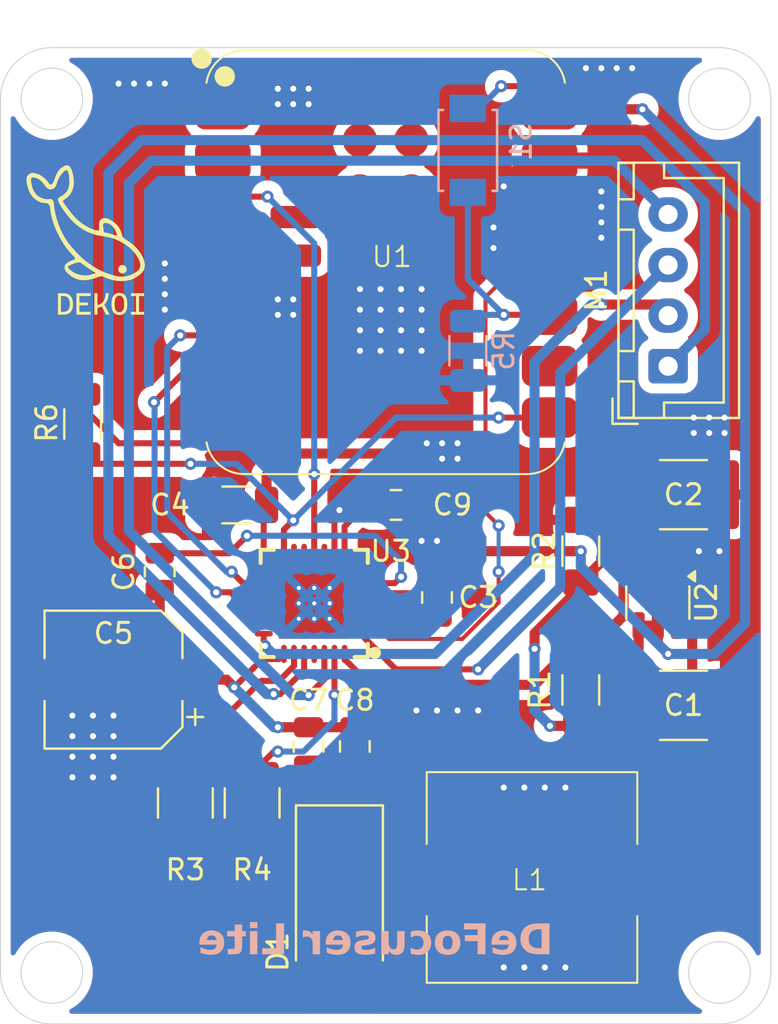
<source format=kicad_pcb>
(kicad_pcb (version 20240108) (generator "pcbnew") (generator_version "8.0")
  (layers (0 "F.Cu" signal) (31 "B.Cu" signal) (34 "B.Paste" user) (35 "F.Paste" user) (36 "B.SilkS" user "B.Silkscreen") (37 "F.SilkS" user "F.Silkscreen") (38 "B.Mask" user) (39 "F.Mask" user) (44 "Edge.Cuts" user))
  (net 0 "")
  (net 1 "GND")
  (net 2 "BTN")
  (net 3 "+5V")
  (net 4 "+12V")
  (net 5 "Net-(D1-A)")
  (net 6 "A-")
  (net 7 "B+")
  (net 8 "B-")
  (net 9 "A+")
  (net 10 "Net-(U2-FB)")
  (net 13 "TX")
  (net 14 "DIAG")
  (net 15 "EN")
  (net 16 "DIR")
  (net 17 "STP")
  (net 20 "RX")
  (net 23 "Net-(U3-CPO)")
  (net 24 "Net-(U3-CPI)")
  (net 25 "Net-(U3-VCP)")
  (net 26 "Net-(U3-5VOUT)")
  (net 27 "Net-(U3-BRA)")
  (net 28 "Net-(U3-BRB)")
  (footprint "DeKoi:Inductor_CDRH104R" (layer "F.Cu") (at 153.162 117.348 180)
    (property "Reference" "L1")
    (property "Value" "22uH")
  )
  (footprint "Capacitor_SMD:C_1812_4532Metric" (layer "F.Cu") (at 160.782 98.298)
    (property "Reference" "C2")
    (property "Value" "22uF")
  )
  (footprint "Capacitor_SMD:CP_Elec_6.3x7.7" (layer "F.Cu") (at 132.588 107.442 180)
    (property "Reference" "C5")
    (property "Value" "100uF 35v")
  )
  (footprint "Resistor_SMD:R_1206_3216Metric_Pad1.30x1.75mm_HandSolder" (layer "F.Cu") (at 155.702 101.092 90)
    (property "Reference" "R2")
    (property "Value" "2.4K")
  )
  (footprint "Libraries:XIAO-ESP32C3-SMD" (layer "F.Cu") (at 145.995 86.824)
    (property "Reference" "U1")
    (property "Value" "MOUDLE-SEEEDUINO-XIAO-ESP32C3")
  )
  (footprint "Resistor_SMD:R_1210_3225Metric" (layer "F.Cu") (at 136.144 113.538 90)
    (property "Reference" "R3")
    (property "Value" ".22")
  )
  (footprint "Resistor_SMD:R_1206_3216Metric" (layer "F.Cu") (at 131.064 94.8035 -90)
    (property "Reference" "R6")
    (property "Value" "1K")
  )
  (footprint "Capacitor_SMD:C_0805_2012Metric" (layer "F.Cu") (at 142.24 110.744 -90)
    (property "Reference" "C7")
    (property "Value" "100n")
  )
  (footprint "Capacitor_SMD:C_0805_2012Metric" (layer "F.Cu") (at 146.558 98.806)
    (property "Reference" "C9")
    (property "Value" "2.2u 6.3V")
  )
  (footprint "Connector_JST:JST_XH_B4B-XH-A_1x04_P2.50mm_Vertical" (layer "F.Cu") (at 160.02 91.948 90)
    (property "Reference" "M1")
    (property "Value" "MTR")
  )
  (footprint "Diode_SMD:D_SMA-SMB_Universal_Handsoldering" (layer "F.Cu") (at 143.764 118.618 -90)
    (property "Reference" "D1")
    (property "Value" "SS34")
  )
  (footprint "Capacitor_SMD:C_0805_2012Metric" (layer "F.Cu") (at 144.526 110.744 -90)
    (property "Reference" "C8")
    (property "Value" "100n")
  )
  (footprint "Capacitor_SMD:C_0805_2012Metric" (layer "F.Cu") (at 148.59 103.378 -90)
    (property "Reference" "C3")
    (property "Value" "22n 50V")
  )
  (footprint "easyeda2kicad:QFN-28_L5.0-W5.0-P0.50-BL-EP" (layer "F.Cu") (at 142.518 103.672 90)
    (property "Reference" "U3")
    (property "Value" "TMC2209-LA-T")
  )
  (footprint "Resistor_SMD:R_1206_3216Metric_Pad1.30x1.75mm_HandSolder" (layer "F.Cu") (at 155.702 107.95 -90)
    (property "Reference" "R1")
    (property "Value" "47K")
  )
  (footprint "Resistor_SMD:R_1210_3225Metric" (layer "F.Cu") (at 139.446 113.538 90)
    (property "Reference" "R4")
    (property "Value" ".22")
  )
  (footprint "Capacitor_SMD:C_1812_4532Metric" (layer "F.Cu") (at 160.782 108.712)
    (property "Reference" "C1")
    (property "Value" "22uF")
  )
  (footprint "Capacitor_SMD:C_1206_3216Metric" (layer "F.Cu") (at 138.684 98.806 180)
    (property "Reference" "C4")
    (property "Value" "100n")
  )
  (footprint "Package_TO_SOT_SMD:SOT-23-6" (layer "F.Cu") (at 159.512 103.632 -90)
    (property "Reference" "U2")
    (property "Value" "MT3608")
  )
  (footprint "Resistor_SMD:R_0805_2012Metric" (layer "F.Cu") (at 134.874 102.108 -90)
    (property "Reference" "C6")
    (property "Value" "100n 16V")
  )
  (footprint "Resistor_SMD:R_1206_3216Metric" (layer "B.Cu") (at 150.114 91.186 -90)
    (property "Reference" "R5")
    (property "Value" "10K")
  )
  (footprint "CustomFootprints:SW_TS-1088-AR02016" (layer "B.Cu") (at 150.114 81.28 90)
    (property "Reference" "S1")
    (property "Value" "TS-1088-AR02016")
  )
  (gr_poly (pts (xy 131.457803 88.481043) (xy 130.904083 88.481043) (xy 130.904083 88.798543) (xy 131.323183 88.798543) (xy 131.323183 88.940783) (xy 130.904083 88.940783) (xy 130.904083 89.259553) (xy 131.457803 89.259553) (xy 131.457803 89.401793) (xy 130.904083 89.401793) (xy 130.754223 89.401793) (xy 130.754223 89.259553) (xy 130.754223 88.338803) (xy 130.904083 88.338803) (xy 131.457803 88.338803)) (stroke (width -0.000001)) (fill solid) (layer "F.SilkS"))
  (gr_poly (pts (xy 132.221496 89.401793) (xy 132.221072 89.401792) (xy 132.221496 89.401792)) (stroke (width -0.000001)) (fill solid) (layer "F.SilkS"))
  (gr_poly (pts (xy 131.794776 88.913705) (xy 131.795049 88.913686) (xy 131.8086 88.912367) (xy 131.821898 88.91067) (xy 131.834944 88.908596) (xy 131.84774 88.906146) (xy 131.860286 88.903318) (xy 131.872585 88.900113) (xy 131.884636 88.896531) (xy 131.896442 88.892572) (xy 131.908004 88.888237) (xy 131.919323 88.883524) (xy 131.930399 88.878434) (xy 131.941236 88.872967) (xy 131.951832 88.867123) (xy 131.962196 88.860956) (xy 131.97233 88.854523) (xy 131.982235 88.847823) (xy 131.99191 88.840856) (xy 132.001354 88.833625) (xy 132.010567 88.826128) (xy 132.019548 88.818368) (xy 132.028297 88.810343) (xy 132.036812 88.802056) (xy 132.045094 88.793507) (xy 132.053141 88.784696) (xy 132.060953 88.775623) (xy 132.06853 88.766291) (xy 132.07587 88.756698) (xy 132.082973 88.746847) (xy 132.089839 88.736736) (xy 132.096481 88.726413) (xy 132.102915 88.715921) (xy 132.109139 88.705262) (xy 132.115153 88.694436) (xy 132.120956 88.683444) (xy 132.126547 88.672286) (xy 132.131927 88.660964) (xy 132.137094 88.649477) (xy 132.142047 88.637826) (xy 132.146786 88.626012) (xy 132.151311 88.614036) (xy 132.155621 88.601898) (xy 132.159715 88.589599) (xy 132.163593 88.577139) (xy 132.167253 88.564519) (xy 132.170696 88.55174) (xy 132.176947 88.525904) (xy 132.182364 88.499835) (xy 132.186948 88.473538) (xy 132.190698 88.447018) (xy 132.193615 88.420279) (xy 132.195699 88.393327) (xy 132.196949 88.366167) (xy 132.197366 88.338803) (xy 132.351459 88.338803) (xy 132.350823 88.374026) (xy 132.348912 88.408891) (xy 132.345722 88.443399) (xy 132.341246 88.47755) (xy 132.335481 88.511344) (xy 132.32842 88.544781) (xy 132.32006 88.57786) (xy 132.310396 88.610583) (xy 132.305092 88.626745) (xy 132.299501 88.64269) (xy 132.29362 88.658416) (xy 132.28745 88.673924) (xy 132.280989 88.689214) (xy 132.274238 88.704285) (xy 132.267195 88.719138) (xy 132.25986 88.733773) (xy 132.252233 88.748189) (xy 132.244312 88.762388) (xy 132.236097 88.776368) (xy 132.227588 88.790129) (xy 132.218783 88.803673) (xy 132.209683 88.816998) (xy 132.200286 88.830104) (xy 132.190592 88.842993) (xy 132.180616 88.855604) (xy 132.170371 88.867877) (xy 132.159856 88.879813) (xy 132.149072 88.891412) (xy 132.138018 88.902673) (xy 132.137383 88.903286) (xy 132.402259 89.401792) (xy 132.221496 89.401792) (xy 132.01108 88.997478) (xy 131.998399 89.004283) (xy 131.984067 89.011437) (xy 131.969486 89.018133) (xy 131.954658 89.024372) (xy 131.939582 89.030153) (xy 131.924258 89.035474) (xy 131.908685 89.040337) (xy 131.892865 89.044739) (xy 131.876796 89.04868) (xy 131.86048 89.05216) (xy 131.843915 89.055178) (xy 131.827103 89.057733) (xy 131.810042 89.059826) (xy 131.794776 89.061262) (xy 131.794776 89.401793) (xy 131.644915 89.401793) (xy 131.644915 89.06355) (xy 131.739319 89.06355) (xy 131.644915 89.06355) (xy 131.644915 88.338803) (xy 131.794776 88.338803)) (stroke (width -0.000001)) (fill solid) (layer "F.SilkS"))
  (gr_poly (pts (xy 132.904346 88.324104) (xy 132.927724 88.325726) (xy 132.950334 88.32843) (xy 132.972179 88.332216) (xy 132.993256 88.337083) (xy 133.013568 88.343033) (xy 133.033113 88.350064) (xy 133.051891 88.358177) (xy 133.069903 88.367373) (xy 133.087148 88.37765) (xy 133.103627 88.38901) (xy 133.11934 88.401452) (xy 133.134286 88.414977) (xy 133.148465 88.429584) (xy 133.161879 88.445274) (xy 133.174525 88.462046) (xy 133.186405 88.479901) (xy 133.197519 88.498839) (xy 133.207866 88.51886) (xy 133.217447 88.539963) (xy 133.226262 88.56215) (xy 133.234309 88.58542) (xy 133.241591 88.609773) (xy 133.248106 88.635209) (xy 133.253854 88.661729) (xy 133.258836 88.689332) (xy 133.263052 88.718018) (xy 133.266501 88.747788) (xy 133.269183 88.778642) (xy 133.2711 88.81058) (xy 133.272249 88.843601) (xy 133.272632 88.877706) (xy 133.2711 88.944661) (xy 133.266501 89.006969) (xy 133.258836 89.064674) (xy 133.248106 89.117822) (xy 133.234309 89.166458) (xy 133.226262 89.189098) (xy 133.217447 89.210627) (xy 133.207866 89.231051) (xy 133.197519 89.250375) (xy 133.186405 89.268605) (xy 133.174525 89.285746) (xy 133.161879 89.301805) (xy 133.148465 89.316787) (xy 133.134286 89.330697) (xy 133.11934 89.343542) (xy 133.103627 89.355327) (xy 133.087148 89.366057) (xy 133.069903 89.375738) (xy 133.051891 89.384376) (xy 133.033113 89.391977) (xy 133.013568 89.398546) (xy 132.993256 89.404089) (xy 132.972179 89.408611) (xy 132.950334 89.412119) (xy 132.927724 89.414617) (xy 132.880203 89.416609) (xy 132.856059 89.416083) (xy 132.832682 89.414506) (xy 132.810071 89.411876) (xy 132.788227 89.408195) (xy 132.767149 89.403461) (xy 132.746838 89.397676) (xy 132.727293 89.390838) (xy 132.708515 89.382948) (xy 132.690503 89.374005) (xy 132.673257 89.36401) (xy 132.656778 89.352963) (xy 132.641066 89.340863) (xy 132.626119 89.327711) (xy 132.61194 89.313505) (xy 132.598527 89.298247) (xy 132.58588 89.281936) (xy 132.574 89.264573) (xy 132.562886 89.246156) (xy 132.552539 89.226685) (xy 132.542958 89.206162) (xy 132.534144 89.184586) (xy 132.526096 89.161956) (xy 132.518814 89.138273) (xy 132.512299 89.113536) (xy 132.506551 89.087745) (xy 132.501569 89.060901) (xy 132.497353 89.033004) (xy 132.493904 89.004052) (xy 132.491221 88.974047) (xy 132.489305 88.942987) (xy 132.488155 88.910874) (xy 132.487772 88.877706) (xy 132.645253 88.877706) (xy 132.64617 88.927908) (xy 132.648924 88.974561) (xy 132.653513 89.017708) (xy 132.659937 89.057391) (xy 132.668197 89.093654) (xy 132.678293 89.126539) (xy 132.690224 89.156089) (xy 132.70399 89.182347) (xy 132.711562 89.194255) (xy 132.719592 89.205356) (xy 132.728082 89.215655) (xy 132.73703 89.225158) (xy 132.746437 89.233869) (xy 132.756303 89.241796) (xy 132.766628 89.248941) (xy 132.777412 89.255313) (xy 132.788655 89.260914) (xy 132.800356 89.265751) (xy 132.812517 89.26983) (xy 132.825136 89.273154) (xy 132.838215 89.275731) (xy 132.851752 89.277565) (xy 132.880203 89.279026) (xy 132.894658 89.278634) (xy 132.908654 89.277458) (xy 132.922191 89.275499) (xy 132.935269 89.272755) (xy 132.947888 89.269228) (xy 132.960049 89.264917) (xy 132.971751 89.259822) (xy 132.982993 89.253943) (xy 132.993777 89.247281) (xy 133.004102 89.239834) (xy 133.013968 89.231604) (xy 133.023375 89.22259) (xy 133.032324 89.212792) (xy 133.040813 89.202211) (xy 133.048844 89.190845) (xy 133.056415 89.178696) (xy 133.063528 89.165763) (xy 133.070182 89.152046) (xy 133.076377 89.137545) (xy 133.082113 89.12226) (xy 133.08739 89.106192) (xy 133.092208 89.08934) (xy 133.096568 89.071703) (xy 133.100468 89.053283) (xy 133.10391 89.03408) (xy 133.106893 89.014092) (xy 133.109417 88.993321) (xy 133.111482 88.971765) (xy 133.113088 88.949426) (xy 133.114235 88.926303) (xy 133.114923 88.902397) (xy 133.115153 88.877706) (xy 133.114235 88.828942) (xy 133.111482 88.78301) (xy 133.106893 88.739953) (xy 133.100468 88.699814) (xy 133.092208 88.662636) (xy 133.082113 88.628464) (xy 133.070182 88.59734) (xy 133.056415 88.569308) (xy 133.040813 88.544411) (xy 133.032324 88.533152) (xy 133.023375 88.522693) (xy 133.013968 88.51304) (xy 133.004102 88.504198) (xy 132.993777 88.496172) (xy 132.982993 88.488967) (xy 132.971751 88.48259) (xy 132.960049 88.477046) (xy 132.947888 88.47234) (xy 132.935269 88.468477) (xy 132.922191 88.465463) (xy 132.908654 88.463304) (xy 132.894658 88.462004) (xy 132.880203 88.46157) (xy 132.865748 88.461976) (xy 132.851752 88.463197) (xy 132.838215 88.46523) (xy 132.825136 88.468078) (xy 132.812517 88.471738) (xy 132.800356 88.476212) (xy 132.788655 88.481498) (xy 132.777412 88.487598) (xy 132.766628 88.494511) (xy 132.756303 88.502236) (xy 132.746437 88.510775) (xy 132.73703 88.520126) (xy 132.728082 88.53029) (xy 132.719592 88.541266) (xy 132.711562 88.553055) (xy 132.70399 88.565657) (xy 132.696877 88.57907) (xy 132.690224 88.593296) (xy 132.684029 88.608335) (xy 132.678293 88.624185) (xy 132.673015 88.640847) (xy 132.668197 88.658322) (xy 132.663838 88.676608) (xy 132.659937 88.695706) (xy 132.656495 88.715616) (xy 132.653513 88.736337) (xy 132.650989 88.75787) (xy 132.648924 88.780215) (xy 132.647318 88.803371) (xy 132.64617 88.827338) (xy 132.645482 88.852116) (xy 132.645253 88.877706) (xy 132.487772 88.877706) (xy 132.489305 88.812254) (xy 132.493904 88.750705) (xy 132.501569 88.693104) (xy 132.512299 88.639495) (xy 132.526095 88.589922) (xy 132.542958 88.544428) (xy 132.552539 88.523225) (xy 132.562886 88.503058) (xy 132.574 88.483933) (xy 132.58588 88.465856) (xy 132.598526 88.448832) (xy 132.61194 88.432866) (xy 132.626119 88.417964) (xy 132.641065 88.404131) (xy 132.656778 88.391374) (xy 132.673257 88.379697) (xy 132.690502 88.369106) (xy 132.708514 88.359606) (xy 132.727293 88.351203) (xy 132.746838 88.343903) (xy 132.767149 88.337711) (xy 132.788227 88.332632) (xy 132.810071 88.328673) (xy 132.832682 88.325838) (xy 132.856059 88.324133) (xy 132.880203 88.323563)) (stroke (width -0.000001)) (fill solid) (layer "F.SilkS"))
  (gr_poly (pts (xy 133.028406 86.946061) (xy 133.038953 86.946883) (xy 133.060531 86.949924) (xy 133.081107 86.95428) (xy 133.100642 86.959949) (xy 133.110006 86.963274) (xy 133.119095 86.966926) (xy 133.127904 86.970904) (xy 133.136427 86.975207) (xy 133.14466 86.979836) (xy 133.152598 86.98479) (xy 133.160236 86.990068) (xy 133.167568 86.99567) (xy 133.174591 87.001595) (xy 133.181298 87.007844) (xy 133.187686 87.014414) (xy 133.193749 87.021307) (xy 133.199481 87.028521) (xy 133.204879 87.036056) (xy 133.209937 87.043912) (xy 133.214651 87.052088) (xy 133.219014 87.060584) (xy 133.223023 87.069399) (xy 133.226672 87.078533) (xy 133.229957 87.087984) (xy 133.232872 87.097754) (xy 133.235412 87.107841) (xy 133.237573 87.118245) (xy 133.23935 87.128966) (xy 133.240737 87.140002) (xy 133.241729 87.151354) (xy 133.24217 87.162015) (xy 133.241994 87.172557) (xy 133.24122 87.182967) (xy 133.239862 87.19323) (xy 133.237939 87.203331) (xy 133.235465 87.213256) (xy 133.232459 87.222991) (xy 133.228936 87.232521) (xy 133.224914 87.241833) (xy 133.220408 87.250911) (xy 133.215436 87.259741) (xy 133.210014 87.26831) (xy 133.204158 87.276603) (xy 133.197885 87.284604) (xy 133.191212 87.292301) (xy 133.184156 87.299679) (xy 133.176732 87.306723) (xy 133.168958 87.313419) (xy 133.160849 87.319753) (xy 133.152424 87.32571) (xy 133.143697 87.331276) (xy 133.134687 87.336437) (xy 133.125409 87.341178) (xy 133.11588 87.345485) (xy 133.106116 87.349344) (xy 133.096135 87.35274) (xy 133.085953 87.355659) (xy 133.075585 87.358087) (xy 133.06505 87.360009) (xy 133.054363 87.361411) (xy 133.043542 87.362279) (xy 133.032602 87.362598) (xy 133.032602 87.362596) (xy 133.021277 87.362378) (xy 133.010167 87.361652) (xy 132.999283 87.360428) (xy 132.988635 87.358714) (xy 132.978232 87.356523) (xy 132.968085 87.353863) (xy 132.958203 87.350745) (xy 132.948597 87.347178) (xy 132.939276 87.343173) (xy 132.93025 87.338739) (xy 132.921529 87.333887) (xy 132.913123 87.328626) (xy 132.905042 87.322967) (xy 132.897296 87.31692) (xy 132.889895 87.310494) (xy 132.882848 87.3037) (xy 132.876166 87.296548) (xy 132.869859 87.289047) (xy 132.863936 87.281207) (xy 132.858407 87.273039) (xy 132.853283 87.264553) (xy 132.848573 87.255758) (xy 132.844287 87.246665) (xy 132.840435 87.237283) (xy 132.837028 87.227623) (xy 132.834074 87.217695) (xy 132.831584 87.207508) (xy 132.829568 87.197072) (xy 132.828035 87.186399) (xy 132.826996 87.175496) (xy 132.826461 87.164376) (xy 132.826439 87.153047) (xy 132.826952 87.142066) (xy 132.828003 87.131202) (xy 132.829578 87.120473) (xy 132.831664 87.109896) (xy 132.834245 87.099488) (xy 132.837308 87.089267) (xy 132.840838 87.079252) (xy 132.844821 87.069458) (xy 132.849242 87.059905) (xy 132.854088 87.050609) (xy 132.859343 87.041588) (xy 132.864993 87.032861) (xy 132.871025 87.024443) (xy 132.877423 87.016354) (xy 132.884173 87.00861) (xy 132.891262 87.001229) (xy 132.898675 86.994229) (xy 132.906396 86.987627) (xy 132.914413 86.981441) (xy 132.92271 86.975689) (xy 132.931274 86.970388) (xy 132.94009 86.965556) (xy 132.949143 86.96121) (xy 132.95842 86.957368) (xy 132.967906 86.954047) (xy 132.977586 86.951265) (xy 132.987447 86.949041) (xy 132.997473 86.94739) (xy 133.007652 86.946332) (xy 133.017967 86.945883)) (stroke (width -0.000001)) (fill solid) (layer "F.SilkS"))
  (gr_poly (pts (xy 130.128405 88.339336) (xy 130.157381 88.340936) (xy 130.185406 88.343602) (xy 130.212482 88.347336) (xy 130.238607 88.352136) (xy 130.263783 88.358004) (xy 130.288008 88.364939) (xy 130.311284 88.37294) (xy 130.333609 88.382009) (xy 130.354985 88.392145) (xy 130.37541 88.403349) (xy 130.394885 88.41562) (xy 130.413411 88.428959) (xy 130.430986 88.443365) (xy 130.447611 88.458839) (xy 130.463287 88.47538) (xy 130.478012 88.49299) (xy 130.491787 88.511667) (xy 130.504613 88.531413) (xy 130.516488 88.552226) (xy 130.527413 88.574108) (xy 130.537388 88.597058) (xy 130.546413 88.621076) (xy 130.554489 88.646162) (xy 130.561614 88.672317) (xy 130.567789 88.699541) (xy 130.573014 88.727833) (xy 130.577289 88.757194) (xy 130.580614 88.787624) (xy 130.582989 88.819122) (xy 130.584414 88.851689) (xy 130.584889 88.885326) (xy 130.582989 88.947843) (xy 130.580614 88.977592) (xy 130.577289 89.006332) (xy 130.573014 89.034066) (xy 130.567789 89.060792) (xy 130.561614 89.08651) (xy 130.554489 89.111221) (xy 130.546413 89.134924) (xy 130.537388 89.157619) (xy 130.527413 89.179306) (xy 130.516488 89.199986) (xy 130.504613 89.219657) (xy 130.491787 89.238321) (xy 130.478012 89.255976) (xy 130.463287 89.272623) (xy 130.447611 89.288262) (xy 130.430986 89.302892) (xy 130.413411 89.316514) (xy 130.394885 89.329127) (xy 130.37541 89.340732) (xy 130.354985 89.351328) (xy 130.333609 89.360915) (xy 130.311284 89.369494) (xy 130.288008 89.377063) (xy 130.263783 89.383623) (xy 130.238607 89.389175) (xy 130.212482 89.393717) (xy 130.185406 89.39725) (xy 130.157381 89.399773) (xy 130.128405 89.401288) (xy 130.098479 89.401792) (xy 129.990529 89.401792) (xy 129.990529 89.401793) (xy 129.979946 89.401793) (xy 129.840669 89.401793) (xy 129.840669 89.259553) (xy 129.990529 89.259553) (xy 130.098056 89.259553) (xy 130.118217 89.259186) (xy 130.137744 89.258085) (xy 130.156638 89.256252) (xy 130.174898 89.253686) (xy 130.192525 89.250388) (xy 130.209521 89.246359) (xy 130.225885 89.2416) (xy 130.241619 89.236111) (xy 130.256723 89.229892) (xy 130.271197 89.222945) (xy 130.285042 89.21527) (xy 130.29826 89.206868) (xy 130.310849 89.197738) (xy 130.322812 89.187883) (xy 130.334149 89.177302) (xy 130.344859 89.165996) (xy 130.354856 89.153961) (xy 130.364207 89.141191) (xy 130.372914 89.127688) (xy 130.380975 89.11345) (xy 130.388392 89.098478) (xy 130.395163 89.082772) (xy 130.40129 89.066331) (xy 130.406772 89.049156) (xy 130.411609 89.031247) (xy 130.415801 89.012604) (xy 130.419348 88.993227) (xy 130.42225 88.973115) (xy 130.424507 88.952269) (xy 130.42612 88.930689) (xy 130.427087 88.908374) (xy 130.427409 88.885326) (xy 130.427087 88.860402) (xy 130.42612 88.836272) (xy 130.424507 88.812936) (xy 130.42225 88.790393) (xy 130.419348 88.768645) (xy 130.415801 88.74769) (xy 130.411609 88.727528) (xy 130.406772 88.708161) (xy 130.40129 88.689587) (xy 130.395163 88.671807) (xy 130.388392 88.654821) (xy 130.380975 88.638628) (xy 130.372913 88.62323) (xy 130.364207 88.608625) (xy 130.354856 88.594814) (xy 130.344859 88.581796) (xy 130.334223 88.569572) (xy 130.322951 88.558141) (xy 130.311043 88.547503) (xy 130.298498 88.537657) (xy 130.285315 88.528602) (xy 130.271495 88.520337) (xy 130.257035 88.512863) (xy 130.241937 88.506178) (xy 130.226198 88.500282) (xy 130.209819 88.495174) (xy 130.192798 88.490853) (xy 130.175136 88.48732) (xy 130.156831 88.484572) (xy 130.137883 88.482611) (xy 130.118292 88.481434) (xy 130.098056 88.481042) (xy 129.990529 88.481042) (xy 129.990529 89.259553) (xy 129.840669 89.259553) (xy 129.840669 88.338803) (xy 129.96513 88.338803) (xy 129.965129 88.338802) (xy 130.098479 88.338802)) (stroke (width -0.000001)) (fill solid) (layer "F.SilkS"))
  (gr_poly (pts (xy 134.101943 88.481043) (xy 133.852598 88.481043) (xy 133.852598 89.259553) (xy 134.101943 89.259553) (xy 134.101943 89.401793) (xy 133.702739 89.401793) (xy 133.455089 89.401793) (xy 133.455089 89.259553) (xy 133.702739 89.259553) (xy 133.702739 88.481043) (xy 133.455089 88.481043) (xy 133.455089 88.338803) (xy 134.101943 88.338803)) (stroke (width -0.000001)) (fill solid) (layer "F.SilkS"))
  (gr_poly (pts (xy 130.303203 82.021868) (xy 130.318254 82.02395) (xy 130.332934 82.027146) (xy 130.347241 82.031453) (xy 130.361171 82.036869) (xy 130.374724 82.043391) (xy 130.387896 82.051017) (xy 130.400686 82.059745) (xy 130.413091 82.069573) (xy 130.425108 82.080498) (xy 130.436737 82.092517) (xy 130.447974 82.105629) (xy 130.458817 82.119831) (xy 130.469265 82.135121) (xy 130.479314 82.151497) (xy 130.488962 82.168955) (xy 130.498208 82.187495) (xy 130.507049 82.207113) (xy 130.515482 82.227807) (xy 130.523506 82.249576) (xy 130.545221 82.31564) (xy 130.564351 82.382086) (xy 130.580931 82.448938) (xy 130.594996 82.516223) (xy 130.606581 82.583963) (xy 130.61572 82.652185) (xy 130.622448 82.720913) (xy 130.6268 82.790172) (xy 130.628177 82.862279) (xy 130.625769 82.932528) (xy 130.619535 83.000887) (xy 130.60943 83.067323) (xy 130.59541 83.131805) (xy 130.577433 83.1943) (xy 130.555455 83.254776) (xy 130.529433 83.313201) (xy 130.499323 83.369542) (xy 130.465081 83.423767) (xy 130.426665 83.475844) (xy 130.384031 83.52574) (xy 130.337136 83.573424) (xy 130.285935 83.618864) (xy 130.230387 83.662026) (xy 130.170446 83.702879) (xy 130.15486 83.713173) (xy 130.140971 83.723163) (xy 130.134665 83.728073) (xy 130.128786 83.732941) (xy 130.123337 83.73778) (xy 130.118317 83.7426) (xy 130.113728 83.747413) (xy 130.109571 83.75223) (xy 130.105847 83.757065) (xy 130.102558 83.761926) (xy 130.099705 83.766828) (xy 130.097288 83.77178) (xy 130.095309 83.776795) (xy 130.09377 83.781884) (xy 130.092671 83.787058) (xy 130.092013 83.792329) (xy 130.091798 83.797709) (xy 130.092026 83.80321) (xy 130.0927 83.808842) (xy 130.093819 83.814617) (xy 130.095386 83.820548) (xy 130.097401 83.826644) (xy 130.099866 83.832919) (xy 130.102782 83.839383) (xy 130.106149 83.846049) (xy 130.10997 83.852927) (xy 130.114245 83.860029) (xy 130.118975 83.867367) (xy 130.124162 83.874952) (xy 130.129806 83.882796) (xy 130.406666 84.251942) (xy 130.467913 84.332737) (xy 130.530903 84.411216) (xy 130.595721 84.487265) (xy 130.662452 84.560771) (xy 130.731183 84.63162) (xy 130.801998 84.699699) (xy 130.874984 84.764895) (xy 130.950226 84.827093) (xy 131.02781 84.886182) (xy 131.10782 84.942046) (xy 131.190344 84.994573) (xy 131.275465 85.043648) (xy 131.363271 85.08916) (xy 131.453846 85.130993) (xy 131.547276 85.169035) (xy 131.643646 85.203172) (xy 131.65575 85.206986) (xy 131.667928 85.210508) (xy 131.680176 85.213761) (xy 131.692488 85.216772) (xy 131.70486 85.219564) (xy 131.717287 85.222163) (xy 131.729762 85.224593) (xy 131.742283 85.226879) (xy 131.790778 85.235551) (xy 131.810368 85.238458) (xy 131.819083 85.239359) (xy 131.827108 85.239817) (xy 131.83447 85.239777) (xy 131.84119 85.239182) (xy 131.847293 85.237977) (xy 131.852803 85.236106) (xy 131.857744 85.233513) (xy 131.862139 85.230143) (xy 131.866013 85.225939) (xy 131.869389 85.220846) (xy 131.872291 85.214808) (xy 131.874744 85.207769) (xy 131.87677 85.199674) (xy 131.878395 85.190466) (xy 131.879641 85.180089) (xy 131.880532 85.168489) (xy 131.881093 85.155608) (xy 131.881348 85.141392) (xy 131.881033 85.108729) (xy 131.879777 85.070054) (xy 131.876583 85.00209) (xy 132.074864 85.00209) (xy 132.076138 85.028579) (xy 132.078578 85.055924) (xy 132.081839 85.083694) (xy 132.085573 85.111455) (xy 132.093073 85.16522) (xy 132.096146 85.190359) (xy 132.098306 85.213757) (xy 132.099948 85.235014) (xy 132.101057 85.245719) (xy 132.102473 85.256341) (xy 132.10428 85.26678) (xy 132.106566 85.276934) (xy 132.109414 85.286704) (xy 132.112911 85.295989) (xy 132.114929 85.300418) (xy 132.117142 85.304689) (xy 132.119559 85.308788) (xy 132.122193 85.312703) (xy 132.125052 85.316421) (xy 132.128149 85.31993) (xy 132.131493 85.323217) (xy 132.135096 85.326271) (xy 132.138968 85.329077) (xy 132.14312 85.331624) (xy 132.147562 85.333899) (xy 132.152305 85.33589) (xy 132.157361 85.337584) (xy 132.162739 85.338968) (xy 132.16845 85.34003) (xy 132.174506 85.340757) (xy 132.206573 85.344354) (xy 132.238656 85.349198) (xy 132.270781 85.355174) (xy 132.302974 85.362168) (xy 132.335262 85.370068) (xy 132.36767 85.37876) (xy 132.432951 85.398065) (xy 132.566102 85.441186) (xy 132.634389 85.463185) (xy 132.704095 85.484267) (xy 132.707222 85.485061) (xy 132.710327 85.485625) (xy 132.713402 85.485965) (xy 132.716442 85.486087) (xy 132.719438 85.485999) (xy 132.722383 85.485708) (xy 132.725271 85.485221) (xy 132.728093 85.484544) (xy 132.730844 85.483685) (xy 132.733516 85.482651) (xy 132.736102 85.481449) (xy 132.738594 85.480085) (xy 132.740986 85.478566) (xy 132.74327 85.4769) (xy 132.74544 85.475094) (xy 132.747487 85.473154) (xy 132.749406 85.471088) (xy 132.751189 85.468902) (xy 132.752828 85.466604) (xy 132.754317 85.4642) (xy 132.755649 85.461697) (xy 132.756815 85.459103) (xy 132.75781 85.456424) (xy 132.758627 85.453667) (xy 132.759257 85.45084) (xy 132.759694 85.447949) (xy 132.75993 85.445002) (xy 132.75996 85.442004) (xy 132.759774 85.438964) (xy 132.759367 85.435888) (xy 132.758731 85.432783) (xy 132.75786 85.429657) (xy 132.746153 85.394471) (xy 132.731579 85.35467) (xy 132.713997 85.311253) (xy 132.693268 85.265218) (xy 132.669252 85.217566) (xy 132.641811 85.169297) (xy 132.610803 85.121409) (xy 132.576091 85.074903) (xy 132.557301 85.052481) (xy 132.537533 85.030778) (xy 132.516769 85.009921) (xy 132.494992 84.990035) (xy 132.472183 84.971243) (xy 132.448326 84.953671) (xy 132.423403 84.937445) (xy 132.397398 84.922688) (xy 132.370291 84.909527) (xy 132.342066 84.898085) (xy 132.312706 84.888488) (xy 132.282192 84.880861) (xy 132.250508 84.875329) (xy 132.217636 84.872016) (xy 132.183559 84.871048) (xy 132.148259 84.87255) (xy 132.148259 84.872973) (xy 132.137477 84.874431) (xy 132.127722 84.877024) (xy 132.118953 84.880696) (xy 132.111126 84.885394) (xy 132.104196 84.891063) (xy 132.098122 84.897651) (xy 132.092859 84.905102) (xy 132.088364 84.913362) (xy 132.084594 84.922377) (xy 132.081506 84.932094) (xy 132.079056 84.942458) (xy 132.077201 84.953415) (xy 132.075898 84.964911) (xy 132.075102 84.976891) (xy 132.074864 85.00209) (xy 131.876583 85.00209) (xy 131.87521 84.972879) (xy 131.874414 84.943542) (xy 131.875024 84.915465) (xy 131.877006 84.888654) (xy 131.88033 84.863116) (xy 131.884964 84.838859) (xy 131.890877 84.815888) (xy 131.898036 84.79421) (xy 131.906411 84.773833) (xy 131.915969 84.754763) (xy 131.92668 84.737007) (xy 131.938512 84.720572) (xy 131.951432 84.705464) (xy 131.96541 84.691692) (xy 131.980415 84.67926) (xy 131.996413 84.668176) (xy 132.013375 84.658448) (xy 132.031268 84.650081) (xy 132.050061 84.643083) (xy 132.069723 84.63746) (xy 132.090221 84.63322) (xy 132.111524 84.630368) (xy 132.133601 84.628913) (xy 132.15642 84.62886) (xy 132.17995 84.630217) (xy 132.204159 84.63299) (xy 132.229015 84.637186) (xy 132.254487 84.642812) (xy 132.280544 84.649875) (xy 132.307153 84.658382) (xy 132.334284 84.668339) (xy 132.361904 84.679754) (xy 132.389983 84.692632) (xy 132.449377 84.72294) (xy 132.506102 84.755448) (xy 132.560138 84.790166) (xy 132.611466 84.8271) (xy 132.660065 84.866259) (xy 132.705915 84.907651) (xy 132.748998 84.951285) (xy 132.789292 84.997167) (xy 132.826779 85.045307) (xy 132.861438 85.095712) (xy 132.893249 85.148391) (xy 132.922193 85.203351) (xy 132.948249 85.2606) (xy 132.971398 85.320147) (xy 132.991621 85.381999) (xy 133.008897 85.446165) (xy 133.013411 85.463564) (xy 133.018402 85.480222) (xy 133.023901 85.496173) (xy 133.029937 85.511451) (xy 133.036542 85.526089) (xy 133.043744 85.54012) (xy 133.051576 85.553579) (xy 133.060067 85.566498) (xy 133.069247 85.57891) (xy 133.079147 85.590851) (xy 133.089798 85.602352) (xy 133.101229 85.613448) (xy 133.113472 85.624172) (xy 133.126556 85.634557) (xy 133.140512 85.644637) (xy 133.15537 85.654445) (xy 133.205516 85.686756) (xy 133.255071 85.720055) (xy 133.304161 85.754138) (xy 133.352908 85.788801) (xy 133.546953 85.929188) (xy 133.70528 86.074392) (xy 133.772727 86.154686) (xy 133.837823 86.23629) (xy 133.869151 86.277782) (xy 133.899486 86.319839) (xy 133.928692 86.362541) (xy 133.956634 86.405967) (xy 133.983178 86.450198) (xy 134.008187 86.495311) (xy 134.031526 86.541386) (xy 134.053062 86.588504) (xy 134.072657 86.636742) (xy 134.090178 86.686181) (xy 134.105488 86.7369) (xy 134.118453 86.788979) (xy 134.125723 86.824933) (xy 134.131447 86.860551) (xy 134.135547 86.895816) (xy 134.137946 86.930709) (xy 134.138567 86.965213) (xy 134.137332 86.99931) (xy 134.134163 87.032981) (xy 134.128983 87.066209) (xy 134.121715 87.098975) (xy 134.112281 87.131262) (xy 134.100603 87.163052) (xy 134.086604 87.194327) (xy 134.070206 87.225068) (xy 134.051332 87.255258) (xy 134.029905 87.284878) (xy 134.005847 87.313912) (xy 133.993504 87.326564) (xy 133.958142 87.360604) (xy 133.932611 87.383806) (xy 133.902262 87.410151) (xy 133.867409 87.438903) (xy 133.828364 87.469328) (xy 133.78544 87.50069) (xy 133.738948 87.532255) (xy 133.714462 87.547883) (xy 133.689202 87.563287) (xy 133.663207 87.578375) (xy 133.636515 87.593053) (xy 133.609165 87.607232) (xy 133.581198 87.620818) (xy 133.552651 87.633719) (xy 133.523564 87.645845) (xy 133.493976 87.657103) (xy 133.463926 87.667401) (xy 133.433453 87.676648) (xy 133.402596 87.684751) (xy 133.402173 87.685599) (xy 133.315934 87.705917) (xy 133.230247 87.721422) (xy 133.145095 87.732281) (xy 133.060464 87.738661) (xy 132.976339 87.740731) (xy 132.892705 87.738656) (xy 132.809547 87.732606) (xy 132.726851 87.722747) (xy 132.644601 87.709246) (xy 132.562782 87.692272) (xy 132.481381 87.671991) (xy 132.400381 87.648571) (xy 132.319768 87.622179) (xy 132.239528 87.592984) (xy 132.159644 87.561151) (xy 132.080103 87.526849) (xy 132.065408 87.520659) (xy 132.051129 87.51541) (xy 132.037205 87.51108) (xy 132.023575 87.507647) (xy 132.010178 87.50509) (xy 131.996953 87.503387) (xy 131.98384 87.502515) (xy 131.970777 87.502455) (xy 131.957705 87.503183) (xy 131.944562 87.504678) (xy 131.931287 87.506918) (xy 131.917821 87.509883) (xy 131.904101 87.513549) (xy 131.890068 87.517895) (xy 131.875659 87.5229) (xy 131.860816 87.528542) (xy 131.753194 87.569198) (xy 131.647599 87.605009) (xy 131.543945 87.635563) (xy 131.442146 87.66045) (xy 131.342116 87.679261) (xy 131.243767 87.691584) (xy 131.147015 87.697008) (xy 131.051773 87.695124) (xy 130.957955 87.685521) (xy 130.865474 87.667788) (xy 130.819709 87.655744) (xy 130.774245 87.641514) (xy 130.729073 87.625047) (xy 130.684181 87.60629) (xy 130.639559 87.585193) (xy 130.595196 87.561705) (xy 130.551081 87.535773) (xy 130.507204 87.507348) (xy 130.463553 87.476376) (xy 130.420118 87.442808) (xy 130.376888 87.406592) (xy 130.333853 87.367676) (xy 130.289097 87.322907) (xy 130.251875 87.279792) (xy 130.221786 87.238316) (xy 130.198429 87.198464) (xy 130.181404 87.16022) (xy 130.170309 87.123569) (xy 130.164744 87.088495) (xy 130.164308 87.054985) (xy 130.166129 87.041422) (xy 130.334883 87.041422) (xy 130.335175 87.045385) (xy 130.335832 87.049421) (xy 130.336846 87.053534) (xy 130.338212 87.057728) (xy 130.339922 87.062006) (xy 130.34197 87.066374) (xy 130.344349 87.070833) (xy 130.347053 87.075389) (xy 130.350074 87.080045) (xy 130.353406 87.084804) (xy 130.357042 87.089671) (xy 130.360975 87.094649) (xy 130.365199 87.099742) (xy 130.374492 87.110289) (xy 130.405448 87.142727) (xy 130.437784 87.173675) (xy 130.471431 87.203115) (xy 130.506318 87.231035) (xy 130.542375 87.257418) (xy 130.579532 87.282249) (xy 130.617718 87.305513) (xy 130.656862 87.327194) (xy 130.696896 87.347279) (xy 130.737747 87.36575) (xy 130.821624 87.397795) (xy 130.907931 87.423207) (xy 130.996104 87.441865) (xy 131.085583 87.453647) (xy 131.175804 87.458431) (xy 131.221017 87.458161) (xy 131.266204 87.456097) (xy 131.311296 87.452222) (xy 131.356222 87.446522) (xy 131.400912 87.438981) (xy 131.445295 87.429585) (xy 131.489301 87.418318) (xy 131.53286 87.405164) (xy 131.575902 87.39011) (xy 131.618356 87.373138) (xy 131.660152 87.354236) (xy 131.701218 87.333386) (xy 131.527374 87.224835) (xy 131.441975 87.169877) (xy 131.357578 87.114259) (xy 131.274173 87.057827) (xy 131.191751 87.000428) (xy 131.1103 86.941908) (xy 131.029812 86.882113) (xy 131.018286 86.873371) (xy 131.004194 86.862977) (xy 130.988267 86.851819) (xy 130.979843 86.846231) (xy 130.971234 86.840785) (xy 130.96253 86.835592) (xy 130.953823 86.830763) (xy 130.945205 86.826409) (xy 130.936765 86.822641) (xy 130.928596 86.81957) (xy 130.924641 86.818331) (xy 130.920788 86.817307) (xy 130.917049 86.816513) (xy 130.913433 86.815963) (xy 130.909954 86.815671) (xy 130.906622 86.815649) (xy 130.872015 86.817494) (xy 130.838005 86.821043) (xy 130.804535 86.826175) (xy 130.771546 86.832768) (xy 130.738981 86.8407) (xy 130.706783 86.84985) (xy 130.674894 86.860096) (xy 130.643256 86.871318) (xy 130.611811 86.883392) (xy 130.580503 86.896198) (xy 130.518062 86.92352) (xy 130.392272 86.981596) (xy 130.385331 86.984893) (xy 130.378869 86.988199) (xy 130.372879 86.991518) (xy 130.367356 86.994852) (xy 130.362292 86.998207) (xy 130.35768 87.001586) (xy 130.353514 87.004993) (xy 130.349787 87.008431) (xy 130.346492 87.011905) (xy 130.343622 87.015418) (xy 130.341172 87.018973) (xy 130.339133 87.022576) (xy 130.3375 87.026229) (xy 130.336265 87.029936) (xy 130.335421 87.033701) (xy 130.334963 87.037529) (xy 130.334883 87.041422) (xy 130.166129 87.041422) (xy 130.168599 87.023021) (xy 130.177218 86.992589) (xy 130.189762 86.963674) (xy 130.205831 86.93626) (xy 130.225024 86.910333) (xy 130.246941 86.885876) (xy 130.27118 86.862875) (xy 130.29734 86.841314) (xy 130.325021 86.821178) (xy 130.353822 86.802452) (xy 130.413178 86.769168) (xy 130.472202 86.74134) (xy 130.527687 86.718845) (xy 130.615208 86.689368) (xy 130.650083 86.679759) (xy 130.655809 86.678207) (xy 130.66101 86.676263) (xy 130.665701 86.673947) (xy 130.669894 86.671278) (xy 130.673603 86.668276) (xy 130.676842 86.66496) (xy 130.679625 86.661351) (xy 130.681965 86.657468) (xy 130.683876 86.653331) (xy 130.685372 86.648959) (xy 130.686466 86.644372) (xy 130.687171 86.639591) (xy 130.687502 86.634633) (xy 130.687472 86.62952) (xy 130.687095 86.624271) (xy 130.686384 86.618905) (xy 130.685353 86.613443) (xy 130.684016 86.607903) (xy 130.682386 86.602306) (xy 130.680477 86.596672) (xy 130.678303 86.591019) (xy 130.675877 86.585368) (xy 130.673212 86.579739) (xy 130.670324 86.574151) (xy 130.667224 86.568623) (xy 130.663927 86.563176) (xy 130.660447 86.557829) (xy 130.656797 86.552602) (xy 130.65299 86.547514) (xy 130.649041 86.542586) (xy 130.644963 86.537836) (xy 130.64077 86.533285) (xy 130.424023 86.305532) (xy 130.23564 86.073968) (xy 130.170471 85.978331) (xy 130.107414 85.881736) (xy 130.046548 85.784151) (xy 129.98795 85.68554) (xy 129.931698 85.585871) (xy 129.877872 85.485108) (xy 129.826548 85.383217) (xy 129.777805 85.280166) (xy 129.731721 85.175918) (xy 129.688374 85.070441) (xy 129.647842 84.9637) (xy 129.610204 84.855662) (xy 129.575538 84.746291) (xy 129.543921 84.635554) (xy 129.515432 84.523417) (xy 129.49015 84.409845) (xy 129.484891 84.381515) (xy 129.480562 84.352652) (xy 129.473851 84.293845) (xy 129.462315 84.175583) (xy 129.458594 84.146646) (xy 129.454117 84.118221) (xy 129.448672 84.09044) (xy 129.442048 84.063433) (xy 129.434036 84.037332) (xy 129.424424 84.012267) (xy 129.413001 83.988369) (xy 129.399556 83.965769) (xy 129.39215 83.955525) (xy 129.384082 83.946193) (xy 129.375383 83.937724) (xy 129.366087 83.93007) (xy 129.356225 83.923182) (xy 129.345829 83.917013) (xy 129.334933 83.911513) (xy 129.323568 83.906635) (xy 129.311766 83.902329) (xy 129.29956 83.898548) (xy 129.274064 83.892367) (xy 129.247338 83.887704) (xy 129.21964 83.884171) (xy 129.104281 83.873615) (xy 129.075591 83.869934) (xy 129.047475 83.865062) (xy 129.020193 83.858613) (xy 129.006946 83.854675) (xy 128.994003 83.850199) (xy 128.953546 83.834283) (xy 128.914625 83.817268) (xy 128.877208 83.799176) (xy 128.841262 83.78003) (xy 128.806757 83.759852) (xy 128.773659 83.738664) (xy 128.741938 83.716488) (xy 128.71156 83.693347) (xy 128.682495 83.669263) (xy 128.65471 83.644257) (xy 128.628173 83.618353) (xy 128.602853 83.591573) (xy 128.578717 83.563938) (xy 128.555734 83.535471) (xy 128.533871 83.506195) (xy 128.513096 83.476131) (xy 128.493379 83.445302) (xy 128.474686 83.41373) (xy 128.440247 83.348445) (xy 128.409523 83.280456) (xy 128.38226 83.20994) (xy 128.358201 83.137075) (xy 128.337092 83.062039) (xy 128.318677 82.98501) (xy 128.3027 82.906165) (xy 128.298942 82.884837) (xy 128.295576 82.863409) (xy 128.292557 82.841902) (xy 128.289841 82.820335) (xy 128.285138 82.777102) (xy 128.281962 82.743022) (xy 128.509683 82.743022) (xy 128.509922 82.758505) (xy 128.511896 82.792413) (xy 128.5157 82.830316) (xy 128.52114 82.8723) (xy 128.535657 82.959214) (xy 128.554129 83.04108) (xy 128.576564 83.117949) (xy 128.602969 83.189872) (xy 128.633349 83.256902) (xy 128.667713 83.319089) (xy 128.686391 83.348383) (xy 128.706067 83.376485) (xy 128.726742 83.403403) (xy 128.748417 83.429142) (xy 128.771093 83.453709) (xy 128.79477 83.47711) (xy 128.819451 83.499352) (xy 128.845134 83.520442) (xy 128.871822 83.540385) (xy 128.899515 83.559189) (xy 128.928215 83.576859) (xy 128.95792 83.593402) (xy 129.020356 83.623132) (xy 129.08683 83.648432) (xy 129.157347 83.669353) (xy 129.231916 83.685946) (xy 129.243671 83.687824) (xy 129.25566 83.689132) (xy 129.280241 83.690275) (xy 129.305454 83.689857) (xy 129.331095 83.688354) (xy 129.382843 83.684011) (xy 129.40854 83.682129) (xy 129.433846 83.681078) (xy 129.458557 83.681336) (xy 129.482469 83.683383) (xy 129.49406 83.685227) (xy 129.505375 83.687697) (xy 129.516388 83.690854) (xy 129.527072 83.694757) (xy 129.537404 83.699466) (xy 129.547356 83.705041) (xy 129.556903 83.711542) (xy 129.566021 83.719029) (xy 129.574682 83.727561) (xy 129.582862 83.737199) (xy 129.590536 83.748002) (xy 129.597676 83.760029) (xy 129.607911 83.780857) (xy 129.61665 83.802488) (xy 129.624045 83.824841) (xy 129.630247 83.847838) (xy 129.635406 83.871398) (xy 129.639676 83.895441) (xy 129.643206 83.919887) (xy 129.646148 83.944656) (xy 129.650874 83.994843) (xy 129.655065 84.045363) (xy 129.65993 84.095575) (xy 129.662993 84.120366) (xy 129.66668 84.14484) (xy 129.708447 84.378335) (xy 129.761501 84.59874) (xy 129.823912 84.805781) (xy 129.893752 84.999186) (xy 129.969091 85.178683) (xy 130.048 85.344) (xy 130.128549 85.494864) (xy 130.208811 85.631004) (xy 130.286855 85.752147) (xy 130.360752 85.858021) (xy 130.488389 86.022872) (xy 130.60902 86.157366) (xy 130.608596 86.156943) (xy 130.716621 86.278326) (xy 130.827539 86.395216) (xy 130.941416 86.507486) (xy 131.058315 86.61501) (xy 131.178302 86.717659) (xy 131.301443 86.815307) (xy 131.427802 86.907826) (xy 131.557445 86.99509) (xy 131.690436 87.076972) (xy 131.826841 87.153343) (xy 131.966725 87.224078) (xy 132.110152 87.289049) (xy 132.257189 87.348129) (xy 132.4079 87.40119) (xy 132.562351 87.448106) (xy 132.720606 87.48875) (xy 132.780959 87.501287) (xy 132.841184 87.510662) (xy 132.901241 87.516907) (xy 132.961092 87.520057) (xy 133.020697 87.520143) (xy 133.080018 87.517198) (xy 133.139015 87.511256) (xy 133.197649 87.502349) (xy 133.255882 87.490511) (xy 133.313673 87.475773) (xy 133.370985 87.458169) (xy 133.427778 87.437732) (xy 133.484012 87.414494) (xy 133.539649 87.388489) (xy 133.59465 87.359749) (xy 133.648976 87.328307) (xy 133.673832 87.312817) (xy 133.697445 87.297291) (xy 133.719819 87.281705) (xy 133.740959 87.266036) (xy 133.760869 87.250264) (xy 133.779553 87.234364) (xy 133.797016 87.218315) (xy 133.813262 87.202094) (xy 133.828296 87.185679) (xy 133.842122 87.169048) (xy 133.854745 87.152178) (xy 133.866168 87.135046) (xy 133.876397 87.117631) (xy 133.885435 87.09991) (xy 133.893288 87.08186) (xy 133.89996 87.063459) (xy 133.905454 87.044685) (xy 133.909776 87.025515) (xy 133.912929 87.005927) (xy 133.914919 86.985899) (xy 133.91575 86.965407) (xy 133.915426 86.944431) (xy 133.913951 86.922946) (xy 133.91133 86.900932) (xy 133.907568 86.878365) (xy 133.902668 86.855223) (xy 133.896636 86.831484) (xy 133.889475 86.807125) (xy 133.88119 86.782123) (xy 133.871786 86.756458) (xy 133.861266 86.730105) (xy 133.849636 86.703043) (xy 133.807592 86.615375) (xy 133.761432 86.531966) (xy 133.711333 86.452648) (xy 133.657476 86.377255) (xy 133.60004 86.30562) (xy 133.539203 86.237576) (xy 133.475146 86.172956) (xy 133.408047 86.111594) (xy 133.338085 86.053322) (xy 133.26544 85.997974) (xy 133.190292 85.945383) (xy 133.112818 85.895383) (xy 133.033199 85.847806) (xy 132.951613 85.802485) (xy 132.86824 85.759254) (xy 132.783259 85.717946) (xy 132.720064 85.689881) (xy 132.6561 85.664715) (xy 132.591439 85.642171) (xy 132.526157 85.621975) (xy 132.460327 85.60385) (xy 132.394022 85.587521) (xy 132.260284 85.559143) (xy 132.125534 85.534636) (xy 131.990363 85.51179) (xy 131.85536 85.488398) (xy 131.721116 85.462253) (xy 131.40531 85.355996) (xy 131.352182 85.330702) (xy 131.325657 85.318253) (xy 131.299053 85.306043) (xy 131.184585 85.249083) (xy 131.074602 85.186559) (xy 130.968958 85.118838) (xy 130.867504 85.046288) (xy 130.770094 84.969279) (xy 130.676579 84.888178) (xy 130.586813 84.803354) (xy 130.500646 84.715176) (xy 130.417933 84.62401) (xy 130.338525 84.530227) (xy 130.262274 84.434194) (xy 130.189033 84.336279) (xy 130.118655 84.236851) (xy 130.050992 84.136279) (xy 129.985896 84.03493) (xy 129.92322 83.933173) (xy 129.911912 83.913806) (xy 129.90118 83.894127) (xy 129.891043 83.87414) (xy 129.881521 83.853851) (xy 129.872635 83.833264) (xy 129.864403 83.812384) (xy 129.856846 83.791217) (xy 129.849983 83.769766) (xy 129.845805 83.754957) (xy 129.842437 83.740646) (xy 129.840051 83.726766) (xy 129.839282 83.719967) (xy 129.838824 83.713251) (xy 129.838699 83.70661) (xy 129.838929 83.700034) (xy 129.839535 83.693516) (xy 129.84054 83.687048) (xy 129.841965 83.68062) (xy 129.843831 83.674225) (xy 129.846162 83.667854) (xy 129.848978 83.661499) (xy 129.852301 83.655151) (xy 129.856153 83.648803) (xy 129.860556 83.642445) (xy 129.865531 83.636069) (xy 129.871101 83.629667) (xy 129.877287 83.623231) (xy 129.884111 83.616753) (xy 129.891595 83.610223) (xy 129.899761 83.603633) (xy 129.908629 83.596976) (xy 129.918223 83.590242) (xy 129.928563 83.583424) (xy 129.939673 83.576512) (xy 129.951572 83.569499) (xy 129.964284 83.562377) (xy 129.97783 83.555136) (xy 130.007036 83.539348) (xy 130.03513 83.523094) (xy 130.06212 83.506367) (xy 130.088014 83.489161) (xy 130.112821 83.471467) (xy 130.136549 83.45328) (xy 130.159208 83.434592) (xy 130.180805 83.415397) (xy 130.201349 83.395686) (xy 130.220848 83.375454) (xy 130.239312 83.354694) (xy 130.256748 83.333397) (xy 130.273166 83.311558) (xy 130.288573 83.28917) (xy 130.302978 83.266225) (xy 130.31639 83.242716) (xy 130.328818 83.218637) (xy 130.340269 83.193981) (xy 130.350752 83.16874) (xy 130.360276 83.142907) (xy 130.36885 83.116476) (xy 130.376481 83.08944) (xy 130.383179 83.061792) (xy 130.388952 83.033524) (xy 130.393809 83.004629) (xy 130.397757 82.975102) (xy 130.400806 82.944934) (xy 130.402964 82.914119) (xy 130.404239 82.882649) (xy 130.404641 82.850519) (xy 130.402856 82.784246) (xy 130.398332 82.672017) (xy 130.395385 82.614039) (xy 130.390791 82.556017) (xy 130.387598 82.52727) (xy 130.383657 82.498848) (xy 130.378859 82.470864) (xy 130.373091 82.44343) (xy 130.366241 82.416658) (xy 130.358198 82.390661) (xy 130.34885 82.365551) (xy 130.338086 82.34144) (xy 130.332394 82.330092) (xy 130.326818 82.319612) (xy 130.321344 82.30998) (xy 130.315961 82.301179) (xy 130.310655 82.29319) (xy 130.305414 82.285995) (xy 130.300224 82.279575) (xy 130.295072 82.273912) (xy 130.289945 82.268987) (xy 130.284831 82.264783) (xy 130.279717 82.26128) (xy 130.274589 82.258461) (xy 130.269435 82.256307) (xy 130.264241 82.254799) (xy 130.258995 82.25392) (xy 130.253684 82.253651) (xy 130.248295 82.253974) (xy 130.242815 82.254869) (xy 130.237231 82.25632) (xy 130.23153 82.258307) (xy 130.225698 82.260812) (xy 130.219724 82.263817) (xy 130.213595 82.267303) (xy 130.207296 82.271253) (xy 130.194141 82.280467) (xy 130.180156 82.291312) (xy 130.165236 82.303642) (xy 130.14928 82.31731) (xy 130.115342 82.348068) (xy 130.083042 82.379842) (xy 130.052351 82.412606) (xy 130.023239 82.446334) (xy 129.995677 82.480999) (xy 129.969637 82.516576) (xy 129.945088 82.553038) (xy 129.922003 82.59036) (xy 129.900351 82.628515) (xy 129.880103 82.667478) (xy 129.861231 82.707222) (xy 129.843706 82.747721) (xy 129.827497 82.788949) (xy 129.812577 82.830881) (xy 129.798915 82.87349) (xy 129.786483 82.91675) (xy 129.778765 82.943502) (xy 129.770318 82.969415) (xy 129.761058 82.994416) (xy 129.750903 83.018429) (xy 129.739768 83.041381) (xy 129.727569 83.063197) (xy 129.714224 83.083802) (xy 129.699647 83.103122) (xy 129.683755 83.121083) (xy 129.675291 83.129531) (xy 129.666466 83.137611) (xy 129.65727 83.145314) (xy 129.647694 83.15263) (xy 129.637726 83.159551) (xy 129.627356 83.166067) (xy 129.616574 83.172168) (xy 129.605369 83.177846) (xy 129.593731 83.183092) (xy 129.581648 83.187895) (xy 129.569112 83.192246) (xy 129.556111 83.196137) (xy 129.542635 83.199558) (xy 129.528673 83.2025) (xy 129.514767 83.204805) (xy 129.501143 83.206415) (xy 129.487798 83.207348) (xy 129.474726 83.207624) (xy 129.461923 83.207261) (xy 129.449383 83.206279) (xy 129.437102 83.204697) (xy 129.425075 83.202533) (xy 129.413298 83.199807) (xy 129.401765 83.196537) (xy 129.390472 83.192743) (xy 129.379413 83.188443) (xy 129.368585 83.183657) (xy 129.357982 83.178403) (xy 129.337432 83.166569) (xy 129.317726 83.153093) (xy 129.298824 83.138127) (xy 129.28069 83.121823) (xy 129.263283 83.104333) (xy 129.246565 83.085808) (xy 129.230499 83.066401) (xy 129.215046 83.046263) (xy 129.200166 83.025546) (xy 129.177162 82.993171) (xy 129.153672 82.961369) (xy 129.129634 82.930258) (xy 129.104989 82.899955) (xy 129.079677 82.870578) (xy 129.053638 82.842242) (xy 129.026811 82.815067) (xy 128.999136 82.789168) (xy 128.970553 82.764663) (xy 128.941003 82.741669) (xy 128.910424 82.720304) (xy 128.878757 82.700684) (xy 128.845942 82.682928) (xy 128.811918 82.667151) (xy 128.776625 82.653471) (xy 128.740003 82.642006) (xy 128.700347 82.631826) (xy 128.66507 82.62452) (xy 128.649012 82.621972) (xy 128.633974 82.620174) (xy 128.619934 82.619138) (xy 128.606865 82.618875) (xy 128.594744 82.619395) (xy 128.583546 82.620709) (xy 128.573246 82.622828) (xy 128.56382 82.625762) (xy 128.555244 82.629522) (xy 128.547494 82.63412) (xy 128.540543 82.639565) (xy 128.534369 82.645869) (xy 128.528946 82.653043) (xy 128.524251 82.661096) (xy 128.520258 82.670041) (xy 128.516943 82.679887) (xy 128.514282 82.690646) (xy 128.512249 82.702328) (xy 128.510822 82.714944) (xy 128.509974 82.728505) (xy 128.509683 82.743022) (xy 128.281962 82.743022) (xy 128.28111 82.733869) (xy 128.280001 82.715258) (xy 128.280064 82.696835) (xy 128.281262 82.678631) (xy 128.28356 82.66068) (xy 128.286919 82.643015) (xy 128.291305 82.625669) (xy 128.296681 82.608675) (xy 128.303011 82.592065) (xy 128.310257 82.575874) (xy 128.318384 82.560134) (xy 128.327356 82.544877) (xy 128.337136 82.530138) (xy 128.347688 82.515949) (xy 128.358975 82.502343) (xy 128.370961 82.489352) (xy 128.383609 82.477011) (xy 128.396884 82.465353) (xy 128.410749 82.454409) (xy 128.425168 82.444213) (xy 128.440104 82.434799) (xy 128.45552 82.426199) (xy 128.471382 82.418446) (xy 128.487651 82.411573) (xy 128.504292 82.405614) (xy 128.521269 82.4006) (xy 128.538545 82.396567) (xy 128.556084 82.393545) (xy 128.573849 82.391569) (xy 128.591804 82.390671) (xy 128.609913 82.390885) (xy 128.628139 82.392243) (xy 128.646446 82.394779) (xy 128.703187 82.405907) (xy 128.757905 82.419452) (xy 128.810701 82.435419) (xy 128.861678 82.453814) (xy 128.910936 82.474642) (xy 128.958576 82.497909) (xy 129.004699 82.523621) (xy 129.049407 82.551783) (xy 129.092799 82.5824) (xy 129.134979 82.615479) (xy 129.176045 82.651024) (xy 129.216101 82.689042) (xy 129.255246 82.729538) (xy 129.293582 82.772517) (xy 129.331209 82.817986) (xy 129.36823 82.865949) (xy 129.380933 82.883739) (xy 129.393894 82.902382) (xy 129.400589 82.91167) (xy 129.40749 82.920747) (xy 129.414645 82.929472) (xy 129.422099 82.937704) (xy 129.4299 82.9453) (xy 129.433946 82.948816) (xy 129.438096 82.95212) (xy 129.442357 82.955195) (xy 129.446734 82.958023) (xy 129.451233 82.960585) (xy 129.45586 82.962866) (xy 129.460621 82.964846) (xy 129.465521 82.966508) (xy 129.470568 82.967835) (xy 129.475766 82.968809) (xy 129.481122 82.969412) (xy 129.486641 82.969626) (xy 129.492329 82.969435) (xy 129.498193 82.968819) (xy 129.504802 82.967584) (xy 129.511292 82.965728) (xy 129.517661 82.963283) (xy 129.523906 82.960284) (xy 129.530026 82.956762) (xy 129.536019 82.952752) (xy 129.541881 82.948287) (xy 129.54761 82.943399) (xy 129.553206 82.938123) (xy 129.558664 82.932491) (xy 129.563984 82.926537) (xy 129.569162 82.920294) (xy 129.579085 82.907073) (xy 129.588416 82.893095) (xy 129.597137 82.878626) (xy 129.605229 82.863932) (xy 129.612676 82.849279) (xy 129.619458 82.834933) (xy 129.625558 82.82116) (xy 129.630958 82.808226) (xy 129.639586 82.785939) (xy 129.677472 82.681508) (xy 129.714549 82.582474) (xy 129.733648 82.534957) (xy 129.753581 82.488759) (xy 129.774693 82.443871) (xy 129.797331 82.400282) (xy 129.821838 82.357984) (xy 129.848562 82.316965) (xy 129.877846 82.277216) (xy 129.910037 82.238728) (xy 129.945479 82.201489) (xy 129.984519 82.165491) (xy 130.027502 82.130723) (xy 130.074773 82.097176) (xy 130.094446 82.084572) (xy 130.113778 82.073112) (xy 130.132765 82.062793) (xy 130.151405 82.053614) (xy 130.169697 82.045571) (xy 130.187638 82.038662) (xy 130.205225 82.032885) (xy 130.222457 82.028238) (xy 130.239331 82.024719) (xy 130.255844 82.022324) (xy 130.271996 82.021053) (xy 130.287783 82.020901)) (stroke (width -0.000001)) (fill solid) (layer "F.SilkS"))
  (gr_circle (center 162.56 121.92) (end 164.084 121.92) (stroke (width 0.05)) (fill none) (layer "Edge.Cuts"))
  (gr_circle (center 162.56 78.74) (end 164.084 78.74) (stroke (width 0.05)) (fill none) (layer "Edge.Cuts"))
  (gr_circle (center 129.54 121.92) (end 131.064 121.92) (stroke (width 0.05)) (fill none) (layer "Edge.Cuts"))
  (gr_arc (start 127 78.74) (mid 127.743949 76.943949) (end 129.54 76.2) (stroke (width 0.05)) (layer "Edge.Cuts"))
  (gr_circle (center 129.54 78.74) (end 131.064 78.74) (stroke (width 0.05)) (fill none) (layer "Edge.Cuts"))
  (gr_arc (start 162.56 76.2) (mid 164.356051 76.943949) (end 165.1 78.74) (stroke (width 0.05)) (layer "Edge.Cuts"))
  (gr_arc (start 165.1 121.92) (mid 164.356051 123.716051) (end 162.56 124.46) (stroke (width 0.05)) (layer "Edge.Cuts"))
  (gr_arc (start 129.54 124.46) (mid 127.743949 123.716051) (end 127 121.92) (stroke (width 0.05)) (layer "Edge.Cuts"))
  (gr_line (start 129.54 124.46) (end 162.56 124.46) (stroke (width 0.05)) (layer "Edge.Cuts"))
  (gr_line (start 165.1 121.92) (end 165.1 78.74) (stroke (width 0.05)) (layer "Edge.Cuts"))
  (gr_line (start 162.56 76.2) (end 129.54 76.2) (stroke (width 0.05)) (layer "Edge.Cuts"))
  (gr_line (start 127 78.74) (end 127 121.92) (stroke (width 0.05)) (layer "Edge.Cuts"))
  (gr_text "DeFocuser Lite" (at 145.542 120.396 0) (layer "B.SilkS") (effects (font (size 1.5 1.5) (thickness 0.3) (bold yes)) (justify mirror)))
  (segment (start 159.512 102.4945) (end 159.512 101.832001) (width 0.3) (layer "F.Cu") (net 1))
  (segment (start 156.968 81.784) (end 156.972 81.788) (width 0.8) (layer "F.Cu") (net 1))
  (segment (start 151.892 83.058) (end 153.166 81.784) (width 0.8) (layer "F.Cu") (net 1))
  (segment (start 154.16 81.784) (end 156.968 81.784) (width 0.8) (layer "F.Cu") (net 1))
  (segment (start 141.518 101.172) (end 141.518 102.672) (width 0.3) (layer "F.Cu") (net 1))
  (segment (start 140.018 103.672) (end 141.756 103.672) (width 0.3) (layer "F.Cu") (net 1))
  (segment (start 145.018 102.172) (end 144.018 102.172) (width 0.3) (layer "F.Cu") (net 1))
  (segment (start 144.018 102.172) (end 143.28 102.91) (width 0.3) (layer "F.Cu") (net 1))
  (segment (start 140.018 104.672) (end 141.518 104.672) (width 0.3) (layer "F.Cu") (net 1))
  (segment (start 143.018 102.648) (end 143.28 102.91) (width 0.3) (layer "F.Cu") (net 1))
  (segment (start 143.518 99.306) (end 143.764 99.06) (width 0.3) (layer "F.Cu") (net 1))
  (segment (start 161.544 101.092) (end 162.56 101.092) (width 0.3) (layer "F.Cu") (net 1))
  (segment (start 143.518 101.346) (end 143.518 99.306) (width 0.3) (layer "F.Cu") (net 1))
  (segment (start 159.512 101.832001) (end 160.252001 101.092) (width 0.3) (layer "F.Cu") (net 1))
  (segment (start 145.018 104.172) (end 143.542 104.172) (width 0.3) (layer "F.Cu") (net 1))
  (segment (start 160.252001 101.092) (end 161.544 101.092) (width 0.3) (layer "F.Cu") (net 1))
  (segment (start 141.518 102.672) (end 141.756 102.91) (width 0.3) (layer "F.Cu") (net 1))
  (segment (start 143.018 101.172) (end 143.018 102.648) (width 0.3) (layer "F.Cu") (net 1))
  (segment (start 143.542 104.172) (end 143.28 104.434) (width 0.3) (layer "F.Cu") (net 1))
  (segment (start 141.518 104.672) (end 141.756 104.434) (width 0.3) (layer "F.Cu") (net 1))
  (segment (start 153.166 81.784) (end 154.16 81.784) (width 0.8) (layer "F.Cu") (net 1))
  (via (at 140.716 88.646) (size 0.6) (drill 0.3) (layers "F.Cu" "B.Cu") (net 1))
  (via (at 141.478 88.646) (size 0.6) (drill 0.3) (layers "F.Cu" "B.Cu") (net 1))
  (via (at 161.544 101.092) (size 0.6) (drill 0.3) (layers "F.Cu" "B.Cu") (net 1))
  (via (at 146.812 88.138) (size 0.6) (drill 0.3) (layers "F.Cu" "B.Cu") (net 1))
  (via (at 132.588 111.252) (size 0.6) (drill 0.3) (layers "F.Cu" "B.Cu") (net 1))
  (via (at 144.78 89.154) (size 0.6) (drill 0.3) (layers "F.Cu" "B.Cu") (net 1))
  (via (at 158.242 77.216) (size 0.6) (drill 0.3) (layers "F.Cu" "B.Cu") (net 1))
  (via (at 132.588 112.268) (size 0.6) (drill 0.3) (layers "F.Cu" "B.Cu") (net 1))
  (via (at 153.924 112.776) (size 0.6) (drill 0.3) (layers "F.Cu" "B.Cu") (net 1))
  (via (at 161.29 94.488) (size 0.6) (drill 0.3) (layers "F.Cu" "B.Cu") (net 1))
  (via (at 130.556 111.252) (size 0.6) (drill 0.3) (layers "F.Cu" "B.Cu") (net 1))
  (via (at 151.384 85.09) (size 0.6) (drill 0.3) (layers "F.Cu" "B.Cu") (net 1))
  (via (at 147.828 90.17) (size 0.6) (drill 0.3) (layers "F.Cu" "B.Cu") (net 1))
  (via (at 151.892 112.776) (size 0.6) (drill 0.3) (layers "F.Cu" "B.Cu") (net 1))
  (via (at 147.574 108.966) (size 0.6) (drill 0.3) (layers "F.Cu" "B.Cu") (net 1))
  (via (at 151.892 83.058) (size 0.6) (drill 0.3) (layers "F.Cu" "B.Cu") (net 1))
  (via (at 151.384 86.106) (size 0.6) (drill 0.3) (layers "F.Cu" "B.Cu") (net 1))
  (via (at 154.94 112.776) (size 0.6) (drill 0.3) (layers "F.Cu" "B.Cu") (net 1))
  (via (at 141.478 89.408) (size 0.6) (drill 0.3) (layers "F.Cu" "B.Cu") (net 1))
  (via (at 132.588 110.236) (size 0.6) (drill 0.3) (layers "F.Cu" "B.Cu") (net 1))
  (via (at 147.828 91.186) (size 0.6) (drill 0.3) (layers "F.Cu" "B.Cu") (net 1))
  (via (at 156.718 77.216) (size 0.6) (drill 0.3) (layers "F.Cu" "B.Cu") (net 1))
  (via (at 131.572 110.236) (size 0.6) (drill 0.3) (layers "F.Cu" "B.Cu") (net 1))
  (via (at 145.796 90.17) (size 0.6) (drill 0.3) (layers "F.Cu" "B.Cu") (net 1))
  (via (at 146.812 89.154) (size 0.6) (drill 0.3) (layers "F.Cu" "B.Cu") (net 1))
  (via (at 151.892 121.666) (size 0.6) (drill 0.3) (layers "F.Cu" "B.Cu") (net 1))
  (via (at 135.128 77.978) (size 0.6) (drill 0.3) (layers "F.Cu" "B.Cu") (net 1))
  (via (at 156.718 84.836) (size 0.6) (drill 0.3) (layers "F.Cu" "B.Cu") (net 1))
  (via (at 149.606 96.52) (size 0.6) (drill 0.3) (layers "F.Cu" "B.Cu") (net 1))
  (via (at 135.128 87.63) (size 0.6) (drill 0.3) (layers "F.Cu" "B.Cu") (net 1))
  (via (at 142.24 78.994) (size 0.6) (drill 0.3) (layers "F.Cu" "B.Cu") (net 1))
  (via (at 153.924 121.666) (size 0.6) (drill 0.3) (layers "F.Cu" "B.Cu") (net 1))
  (via (at 148.082 95.758) (size 0.6) (drill 0.3) (layers "F.Cu" "B.Cu") (net 1))
  (via (at 134.366 77.978) (size 0.6) (drill 0.3) (layers "F.Cu" "B.Cu") (net 1))
  (via (at 149.606 95.758) (size 0.6) (drill 0.3) (layers "F.Cu" "B.Cu") (net 1))
  (via (at 135.128 88.392) (size 0.6) (drill 0.3) (layers "F.Cu" "B.Cu") (net 1))
  (via (at 131.572 112.268) (size 0.6) (drill 0.3) (layers "F.Cu" "B.Cu") (net 1))
  (via (at 145.796 91.186) (size 0.6) (drill 0.3) (layers "F.Cu" "B.Cu") (net 1))
  (via (at 132.588 109.22) (size 0.6) (drill 0.3) (layers "F.Cu" "B.Cu") (net 1))
  (via (at 162.56 101.092) (size 0.6) (drill 0.3) (layers "F.Cu" "B.Cu") (net 1))
  (via (at 130.556 112.268) (size 0.6) (drill 0.3) (layers "F.Cu" "B.Cu") (net 1))
  (via (at 152.908 112.776) (size 0.6) (drill 0.3) (layers "F.Cu" "B.Cu") (net 1))
  (via (at 144.78 90.17) (size 0.6) (drill 0.3) (layers "F.Cu" "B.Cu") (net 1))
  (via (at 150.622 108.966) (size 0.6) (drill 0.3) (layers "F.Cu" "B.Cu") (net 1))
  (via (at 140.716 78.232) (size 0.6) (drill 0.3) (layers "F.Cu" "B.Cu") (net 1))
  (via (at 147.828 100.584) (size 0.6) (drill 0.3) (layers "F.Cu" "B.Cu") (net 1))
  (via (at 148.59 108.966) (size 0.6) (drill 0.3) (layers "F.Cu" "B.Cu") (net 1))
  (via (at 144.78 91.186) (size 0.6) (drill 0.3) (layers "F.Cu" "B.Cu") (net 1))
  (via (at 135.128 86.868) (size 0.6) (drill 0.3) (layers "F.Cu" "B.Cu") (net 1))
  (via (at 145.796 89.154) (size 0.6) (drill 0.3) (layers "F.Cu" "B.Cu") (net 1))
  (via (at 135.128 89.154) (size 0.6) (drill 0.3) (layers "F.Cu" "B.Cu") (net 1))
  (via (at 148.59 100.584) (size 0.6) (drill 0.3) (layers "F.Cu" "B.Cu") (net 1))
  (via (at 133.604 77.978) (size 0.6) (drill 0.3) (layers "F.Cu" "B.Cu") (net 1))
  (via (at 131.572 109.22) (size 0.6) (drill 0.3) (layers "F.Cu" "B.Cu") (net 1))
  (via (at 140.716 78.994) (size 0.6) (drill 0.3) (layers "F.Cu" "B.Cu") (net 1))
  (via (at 154.94 121.666) (size 0.6) (drill 0.3) (layers "F.Cu" "B.Cu") (net 1))
  (via (at 152.908 121.666) (size 0.6) (drill 0.3) (layers "F.Cu" "B.Cu") (net 1))
  (via (at 132.842 77.978) (size 0.6) (drill 0.3) (layers "F.Cu" "B.Cu") (net 1))
  (via (at 143.764 99.06) (size 0.6) (drill 0.3) (layers "F.Cu" "B.Cu") (net 1))
  (via (at 162.052 95.25) (size 0.6) (drill 0.3) (layers "F.Cu" "B.Cu") (net 1))
  (via (at 162.814 94.488) (size 0.6) (drill 0.3) (layers "F.Cu" "B.Cu") (net 1))
  (via (at 147.828 88.138) (size 0.6) (drill 0.3) (layers "F.Cu" "B.Cu") (net 1))
  (via (at 146.812 90.17) (size 0.6) (drill 0.3) (layers "F.Cu" "B.Cu") (net 1))
  (via (at 148.844 95.758) (size 0.6) (drill 0.3) (layers "F.Cu" "B.Cu") (net 1))
  (via (at 149.606 108.966) (size 0.6) (drill 0.3) (layers "F.Cu" "B.Cu") (net 1))
  (via (at 162.814 95.25) (size 0.6) (drill 0.3) (layers "F.Cu" "B.Cu") (net 1))
  (via (at 148.844 96.52) (size 0.6) (drill 0.3) (layers "F.Cu" "B.Cu") (net 1))
  (via (at 130.556 110.236) (size 0.6) (drill 0.3) (layers "F.Cu" "B.Cu") (net 1))
  (via (at 162.052 94.488) (size 0.6) (drill 0.3) (layers "F.Cu" "B.Cu") (net 1))
  (via (at 141.478 78.994) (size 0.6) (drill 0.3) (layers "F.Cu" "B.Cu") (net 1))
  (via (at 131.572 111.252) (size 0.6) (drill 0.3) (layers "F.Cu" "B.Cu") (net 1))
  (via (at 141.478 78.232) (size 0.6) (drill 0.3) (layers "F.Cu" "B.Cu") (net 1))
  (via (at 156.718 83.312) (size 0.6) (drill 0.3) (layers "F.Cu" "B.Cu") (net 1))
  (via (at 140.716 89.408) (size 0.6) (drill 0.3) (layers "F.Cu" "B.Cu") (net 1))
  (via (at 130.556 109.22) (size 0.6) (drill 0.3) (layers "F.Cu" "B.Cu") (net 1))
  (via (at 161.29 95.25) (size 0.6) (drill 0.3) (layers "F.Cu" "B.Cu") (net 1))
  (via (at 144.78 88.138) (size 0.6) (drill 0.3) (layers "F.Cu" "B.Cu") (net 1))
  (via (at 146.812 91.186) (size 0.6) (drill 0.3) (layers "F.Cu" "B.Cu") (net 1))
  (via (at 147.828 89.154) (size 0.6) (drill 0.3) (layers "F.Cu" "B.Cu") (net 1))
  (via (at 156.718 84.074) (size 0.6) (drill 0.3) (layers "F.Cu" "B.Cu") (net 1))
  (via (at 155.956 77.216) (size 0.6) (drill 0.3) (layers "F.Cu" "B.Cu") (net 1))
  (via (at 142.24 78.232) (size 0.6) (drill 0.3) (layers "F.Cu" "B.Cu") (net 1))
  (via (at 145.796 88.138) (size 0.6) (drill 0.3) (layers "F.Cu" "B.Cu") (net 1))
  (via (at 156.718 85.598) (size 0.6) (drill 0.3) (layers "F.Cu" "B.Cu") (net 1))
  (via (at 157.48 77.216) (size 0.6) (drill 0.3) (layers "F.Cu" "B.Cu") (net 1))
  (segment (start 154.16 89.404) (end 151.896 89.404) (width 0.3) (layer "F.Cu") (net 2))
  (segment (start 151.896 89.404) (end 151.892 89.408) (width 0.3) (layer "F.Cu") (net 2))
  (via (at 151.892 89.408) (size 0.6) (drill 0.3) (layers "F.Cu" "B.Cu") (net 2))
  (segment (start 151.892 89.408) (end 150.114 87.63) (width 0.3) (layer "B.Cu") (net 2))
  (segment (start 151.892 89.408) (end 150.4295 89.408) (width 0.3) (layer "B.Cu") (net 2))
  (segment (start 150.4295 89.408) (end 150.114 89.7235) (width 0.3) (layer "B.Cu") (net 2))
  (segment (start 150.114 87.63) (end 150.114 83.355) (width 0.3) (layer "B.Cu") (net 2))
  (segment (start 153.021 78.105) (end 154.16 79.244) (width 0.3) (layer "F.Cu") (net 3))
  (segment (start 150.876 101.092) (end 149.352 99.568) (width 0.5) (layer "F.Cu") (net 3))
  (segment (start 159.512 104.7695) (end 159.512 105.664) (width 0.5) (layer "F.Cu") (net 3))
  (segment (start 154.164 79.248) (end 154.16 79.244) (width 0.5) (layer "F.Cu") (net 3))
  (segment (start 149.352 98.552) (end 147.066 96.266) (width 0.5) (layer "F.Cu") (net 3))
  (segment (start 140.018 98.947) (end 140.159 98.806) (width 0.3) (layer "F.Cu") (net 3))
  (segment (start 140.159 97.331) (end 140.159 98.806) (width 0.5) (layer "F.Cu") (net 3))
  (segment (start 159.512 104.7695) (end 158.562 104.7695) (width 0.5) (layer "F.Cu") (net 3))
  (segment (start 151.765 78.105) (end 153.021 78.105) (width 0.3) (layer "F.Cu") (net 3))
  (segment (start 158.732 117.112) (end 158.496 117.348) (width 0.5) (layer "F.Cu") (net 3))
  (segment (start 158.75 79.248) (end 154.164 79.248) (width 0.5) (layer "F.Cu") (net 3))
  (segment (start 155.702 101.092) (end 150.876 101.092) (width 0.5) (layer "F.Cu") (net 3))
  (segment (start 140.018 102.172) (end 140.018 98.947) (width 0.3) (layer "F.Cu") (net 3))
  (segment (start 147.066 96.266) (end 141.224 96.266) (width 0.5) (layer "F.Cu") (net 3))
  (segment (start 158.562 104.7695) (end 158.562 108.542) (width 0.5) (layer "F.Cu") (net 3))
  (segment (start 158.732 108.712) (end 158.732 117.112) (width 0.5) (layer "F.Cu") (net 3))
  (segment (start 149.352 99.568) (end 149.352 98.552) (width 0.5) (layer "F.Cu") (net 3))
  (segment (start 158.562 108.542) (end 158.732 108.712) (width 0.5) (layer "F.Cu") (net 3))
  (segment (start 159.512 105.664) (end 160.02 106.172) (width 0.5) (layer "F.Cu") (net 3))
  (segment (start 141.224 96.266) (end 140.159 97.331) (width 0.5) (layer "F.Cu") (net 3))
  (via (at 160.02 106.172) (size 0.6) (drill 0.3) (layers "F.Cu" "B.Cu") (net 3))
  (via (at 158.75 79.248) (size 0.6) (drill 0.3) (layers "F.Cu" "B.Cu") (net 3))
  (via (at 151.765 78.105) (size 0.6) (drill 0.3) (layers "F.Cu" "B.Cu") (net 3))
  (via (at 155.702 101.092) (size 0.6) (drill 0.3) (layers "F.Cu" "B.Cu") (net 3))
  (segment (start 163.83 104.648) (end 163.83 84.328) (width 0.5) (layer "B.Cu") (net 3))
  (segment (start 160.02 106.172) (end 162.306 106.172) (width 0.5) (layer "B.Cu") (net 3))
  (segment (start 155.702 101.854) (end 160.02 106.172) (width 0.5) (layer "B.Cu") (net 3))
  (segment (start 151.765 78.105) (end 150.665 79.205) (width 0.3) (layer "B.Cu") (net 3))
  (segment (start 162.306 106.172) (end 163.83 104.648) (width 0.5) (layer "B.Cu") (net 3))
  (segment (start 150.665 79.205) (end 150.114 79.205) (width 0.3) (layer "B.Cu") (net 3))
  (segment (start 155.702 101.092) (end 155.702 101.854) (width 0.5) (layer "B.Cu") (net 3))
  (segment (start 163.83 84.328) (end 158.75 79.248) (width 0.5) (layer "B.Cu") (net 3))
  (segment (start 157.812 99.218) (end 157.812 104.29) (width 0.5) (layer "F.Cu") (net 4))
  (segment (start 134.874 107.028) (end 135.288 107.442) (width 0.5) (layer "F.Cu") (net 4))
  (segment (start 135.288 107.442) (end 138.176 107.442) (width 0.5) (layer "F.Cu") (net 4))
  (segment (start 154.712 106.4) (end 153.416 107.696) (width 0.5) (layer "F.Cu") (net 4))
  (segment (start 143.764 115.718) (end 146.05 113.432) (width 0.5) (layer "F.Cu") (net 4))
  (segment (start 140.764 106.426) (end 141.018 106.172) (width 0.3) (layer "F.Cu") (net 4))
  (segment (start 157.812 104.29) (end 155.702 106.4) (width 0.5) (layer "F.Cu") (net 4))
  (segment (start 144.018 106.172) (end 144.018 106.426) (width 0.3) (layer "F.Cu") (net 4))
  (segment (start 144.78 108.204) (end 144.78 109.794) (width 0.5) (layer "F.Cu") (net 4))
  (segment (start 144.018 106.426) (end 145.288 107.696) (width 0.3) (layer "F.Cu") (net 4))
  (segment (start 140.716 109.794) (end 144.78 109.794) (width 0.5) (layer "F.Cu") (net 4))
  (segment (start 138.176 107.442) (end 138.557 107.823) (width 0.5) (layer "F.Cu") (net 4))
  (segment (start 139.954 106.426) (end 140.764 106.426) (width 0.3) (layer "F.Cu") (net 4))
  (segment (start 158.732 98.298) (end 157.812 99.218) (width 0.5) (layer "F.Cu") (net 4))
  (segment (start 146.05 109.794) (end 144.78 109.794) (width 0.5) (layer "F.Cu") (net 4))
  (segment (start 146.05 113.432) (end 146.05 109.794) (width 0.5) (layer "F.Cu") (net 4))
  (segment (start 134.874 103.0205) (end 134.874 107.028) (width 0.5) (layer "F.Cu") (net 4))
  (segment (start 138.557 107.823) (end 139.954 106.426) (width 0.3) (layer "F.Cu") (net 4))
  (segment (start 145.288 109.794) (end 144.78 109.794) (width 0.3) (layer "F.Cu") (net 4))
  (segment (start 153.416 107.696) (end 145.288 107.696) (width 0.5) (layer "F.Cu") (net 4))
  (segment (start 155.702 106.4) (end 154.712 106.4) (width 0.5) (layer "F.Cu") (net 4))
  (segment (start 145.288 107.696) (end 144.78 108.204) (width 0.5) (layer "F.Cu") (net 4))
  (via (at 140.716 109.794) (size 0.6) (drill 0.3) (layers "F.Cu" "B.Cu") (net 4))
  (via (at 138.557 107.823) (size 0.6) (drill 0.3) (layers "F.Cu" "B.Cu") (net 4))
  (segment (start 138.557 107.823) (end 140.528 109.794) (width 0.5) (layer "B.Cu") (net 4))
  (segment (start 140.528 109.794) (end 140.716 109.794) (width 0.5) (layer "B.Cu") (net 4))
  (segment (start 143.912 121.518) (end 143.764 121.518) (width 0.5) (layer "F.Cu") (net 5))
  (segment (start 161.212 103.2445) (end 160.462 102.4945) (width 0.5) (layer "F.Cu") (net 5))
  (segment (start 150.2465 119.5125) (end 159.3915 119.5125) (width 0.5) (layer "F.Cu") (net 5))
  (segment (start 159.3915 119.5125) (end 161.212 117.692) (width 0.5) (layer "F.Cu") (net 5))
  (segment (start 148.082 117.348) (end 150.2465 119.5125) (width 0.5) (layer "F.Cu") (net 5))
  (segment (start 148.082 117.348) (end 143.912 121.518) (width 0.5) (layer "F.Cu") (net 5))
  (segment (start 161.212 117.692) (end 161.212 103.2445) (width 0.5) (layer "F.Cu") (net 5))
  (segment (start 140.018 105.713) (end 140.081 105.776) (width 0.3) (layer "F.Cu") (net 6))
  (segment (start 156.718 88.9) (end 159.472 88.9) (width 0.5) (layer "F.Cu") (net 6))
  (segment (start 140.018 105.172) (end 140.018 105.713) (width 0.3) (layer "F.Cu") (net 6))
  (segment (start 159.472 88.9) (end 160.02 89.448) (width 0.5) (layer "F.Cu") (net 6))
  (via (at 140.081 105.776) (size 0.6) (drill 0.3) (layers "F.Cu" "B.Cu") (net 6))
  (via (at 156.718 88.9) (size 0.6) (drill 0.3) (layers "F.Cu" "B.Cu") (net 6))
  (segment (start 140.477 106.172) (end 140.081 105.776) (width 0.5) (layer "B.Cu") (net 6))
  (segment (start 153.416 101.249239) (end 148.493239 106.172) (width 0.5) (layer "B.Cu") (net 6))
  (segment (start 156.245944 88.9) (end 153.416 91.729944) (width 0.5) (layer "B.Cu") (net 6))
  (segment (start 153.416 91.729944) (end 153.416 101.249239) (width 0.5) (layer "B.Cu") (net 6))
  (segment (start 148.493239 106.172) (end 140.477 106.172) (width 0.5) (layer "B.Cu") (net 6))
  (segment (start 156.718 88.9) (end 156.245944 88.9) (width 0.5) (layer "B.Cu") (net 6))
  (segment (start 142.24 108.204) (end 143.018 107.426) (width 0.3) (layer "F.Cu") (net 7))
  (segment (start 143.018 107.426) (end 143.018 106.172) (width 0.3) (layer "F.Cu") (net 7))
  (via (at 142.24 108.204) (size 0.6) (drill 0.3) (layers "F.Cu" "B.Cu") (net 7))
  (segment (start 157.36 81.788) (end 160.02 84.448) (width 0.5) (layer "B.Cu") (net 7))
  (segment (start 133.35 100.076) (end 133.35 82.900761) (width 0.5) (layer "B.Cu") (net 7))
  (segment (start 133.35 82.900761) (end 134.462761 81.788) (width 0.5) (layer "B.Cu") (net 7))
  (segment (start 141.478 108.204) (end 133.35 100.076) (width 0.5) (layer "B.Cu") (net 7))
  (segment (start 134.462761 81.788) (end 157.36 81.788) (width 0.5) (layer "B.Cu") (net 7))
  (segment (start 142.24 108.204) (end 141.478 108.204) (width 0.5) (layer "B.Cu") (net 7))
  (segment (start 150.622 106.934) (end 146.558 106.934) (width 0.3) (layer "F.Cu") (net 8))
  (segment (start 146.558 106.934) (end 145.018 105.394) (width 0.3) (layer "F.Cu") (net 8))
  (segment (start 145.018 105.394) (end 145.018 105.246) (width 0.3) (layer "F.Cu") (net 8))
  (via (at 150.622 106.934) (size 0.6) (drill 0.3) (layers "F.Cu" "B.Cu") (net 8))
  (segment (start 154.686 92.282) (end 160.02 86.948) (width 0.5) (layer "B.Cu") (net 8))
  (segment (start 150.622 106.934) (end 154.686 102.87) (width 0.5) (layer "B.Cu") (net 8))
  (segment (start 154.686 102.87) (end 154.686 92.282) (width 0.5) (layer "B.Cu") (net 8))
  (segment (start 140.51038 108.15562) (end 140.831627 108.15562) (width 0.3) (layer "F.Cu") (net 9))
  (segment (start 142.018 106.969247) (end 142.018 106.172) (width 0.3) (layer "F.Cu") (net 9))
  (segment (start 140.831627 108.15562) (end 142.018 106.969247) (width 0.3) (layer "F.Cu") (net 9))
  (via (at 140.51038 108.15562) (size 0.6) (drill 0.3) (layers "F.Cu" "B.Cu") (net 9))
  (segment (start 161.845 90.123) (end 160.02 91.948) (width 0.5) (layer "B.Cu") (net 9))
  (segment (start 158.75 80.772) (end 161.845 83.867) (width 0.5) (layer "B.Cu") (net 9))
  (segment (start 140.51038 108.15562) (end 140.15962 108.15562) (width 0.5) (layer "B.Cu") (net 9))
  (segment (start 161.845 83.867) (end 161.845 90.123) (width 0.5) (layer "B.Cu") (net 9))
  (segment (start 140.15962 108.15562) (end 132.334 100.33) (width 0.5) (layer "B.Cu") (net 9))
  (segment (start 133.963544 80.772) (end 158.75 80.772) (width 0.5) (layer "B.Cu") (net 9))
  (segment (start 132.334 82.401544) (end 133.963544 80.772) (width 0.5) (layer "B.Cu") (net 9))
  (segment (start 132.334 100.33) (end 132.334 82.401544) (width 0.5) (layer "B.Cu") (net 9))
  (segment (start 159.882 100.609316) (end 158.562 101.929316) (width 0.5) (layer "F.Cu") (net 10))
  (segment (start 159.478878 96.148) (end 159.882 96.551122) (width 0.5) (layer "F.Cu") (net 10))
  (segment (start 159.882 96.551122) (end 159.882 100.609316) (width 0.5) (layer "F.Cu") (net 10))
  (segment (start 158.562 101.929316) (end 158.562 102.4945) (width 0.5) (layer "F.Cu") (net 10))
  (segment (start 153.416 105.918) (end 153.416 105.156) (width 0.5) (layer "F.Cu") (net 10))
  (segment (start 153.416 105.156) (end 155.702 102.87) (width 0.5) (layer "F.Cu") (net 10))
  (segment (start 157.112 101.232) (end 155.702 102.642) (width 0.5) (layer "F.Cu") (net 10))
  (segment (start 155.702 102.87) (end 155.702 102.642) (width 0.5) (layer "F.Cu") (net 10))
  (segment (start 154.178 109.728) (end 155.474 109.728) (width 0.5) (layer "F.Cu") (net 10))
  (segment (start 155.474 109.728) (end 155.702 109.5) (width 0.5) (layer "F.Cu") (net 10))
  (segment (start 157.112 101.232) (end 157.112 97.021122) (width 0.5) (layer "F.Cu") (net 10))
  (segment (start 157.112 97.021122) (end 157.985122 96.148) (width 0.5) (layer "F.Cu") (net 10))
  (segment (start 157.985122 96.148) (end 159.478878 96.148) (width 0.5) (layer "F.Cu") (net 10))
  (via (at 153.416 105.918) (size 0.6) (drill 0.3) (layers "F.Cu" "B.Cu") (net 10))
  (via (at 154.178 109.728) (size 0.6) (drill 0.3) (layers "F.Cu" "B.Cu") (net 10))
  (segment (start 153.416 108.966) (end 154.178 109.728) (width 0.5) (layer "B.Cu") (net 10))
  (segment (start 153.416 105.918) (end 153.416 108.966) (width 0.5) (layer "B.Cu") (net 10))
  (segment (start 136.721 95.758) (end 137.995 94.484) (width 0.3) (layer "F.Cu") (net 13))
  (segment (start 131.064 93.341) (end 131.064 93.98) (width 0.3) (layer "F.Cu") (net 13))
  (segment (start 132.842 95.758) (end 136.721 95.758) (width 0.3) (layer "F.Cu") (net 13))
  (segment (start 131.064 93.98) (end 132.842 95.758) (width 0.3) (layer "F.Cu") (net 13))
  (segment (start 138.753 83.566) (end 137.995 84.324) (width 0.3) (layer "F.Cu") (net 14))
  (segment (start 142.518 101.346) (end 142.518 97.282) (width 0.3) (layer "F.Cu") (net 14))
  (segment (start 140.208 83.566) (end 138.753 83.566) (width 0.3) (layer "F.Cu") (net 14))
  (segment (start 137.995 84.324) (end 137.950646 84.324) (width 0.3) (layer "F.Cu") (net 14))
  (via (at 140.208 83.566) (size 0.6) (drill 0.3) (layers "F.Cu" "B.Cu") (net 14))
  (via (at 142.518 97.282) (size 0.6) (drill 0.3) (layers "F.Cu" "B.Cu") (net 14))
  (segment (start 142.518 97.282) (end 142.518 85.876) (width 0.3) (layer "B.Cu") (net 14))
  (segment (start 142.518 85.876) (end 140.208 83.566) (width 0.3) (layer "B.Cu") (net 14))
  (segment (start 151.638 99.822) (end 150.988 99.172) (width 0.2) (layer "F.Cu") (net 15))
  (segment (start 150.988 88.534) (end 152.658 86.864) (width 0.2) (layer "F.Cu") (net 15))
  (segment (start 149.838 105.432) (end 146.210254 105.432) (width 0.2) (layer "F.Cu") (net 15))
  (segment (start 146.210254 105.432) (end 145.450254 104.672) (width 0.2) (layer "F.Cu") (net 15))
  (segment (start 150.988 99.172) (end 150.988 88.534) (width 0.2) (layer "F.Cu") (net 15))
  (segment (start 151.638 103.632) (end 149.838 105.432) (width 0.2) (layer "F.Cu") (net 15))
  (segment (start 145.450254 104.672) (end 145.018 104.672) (width 0.2) (layer "F.Cu") (net 15))
  (segment (start 151.638 102.108) (end 151.638 103.632) (width 0.2) (layer "F.Cu") (net 15))
  (segment (start 152.658 86.864) (end 154.16 86.864) (width 0.2) (layer "F.Cu") (net 15))
  (via (at 151.638 99.822) (size 0.6) (drill 0.3) (layers "F.Cu" "B.Cu") (net 15))
  (via (at 151.638 102.108) (size 0.6) (drill 0.3) (layers "F.Cu" "B.Cu") (net 15))
  (segment (start 151.638 102.108) (end 151.638 99.822) (width 0.2) (layer "B.Cu") (net 15))
  (segment (start 136.376 91.944) (end 137.995 91.944) (width 0.3) (layer "F.Cu") (net 16))
  (segment (start 134.594 93.726) (end 136.376 91.944) (width 0.3) (layer "F.Cu") (net 16))
  (segment (start 137.668 103.124) (end 138.37986 103.124) (width 0.3) (layer "F.Cu") (net 16))
  (segment (start 139.42786 104.172) (end 138.37986 103.124) (width 0.3) (layer "F.Cu") (net 16))
  (segment (start 140.018 104.172) (end 139.42786 104.172) (width 0.3) (layer "F.Cu") (net 16))
  (via (at 134.594 93.726) (size 0.6) (drill 0.3) (layers "F.Cu" "B.Cu") (net 16))
  (via (at 137.668 103.124) (size 0.6) (drill 0.3) (layers "F.Cu" "B.Cu") (net 16))
  (segment (start 134.594 93.726) (end 134.62 93.752) (width 0.3) (layer "B.Cu") (net 16))
  (segment (start 134.62 100.076) (end 137.668 103.124) (width 0.3) (layer "B.Cu") (net 16))
  (segment (start 134.62 93.752) (end 134.62 100.076) (width 0.3) (layer "B.Cu") (net 16))
  (segment (start 137.995 89.404) (end 137.950646 89.404) (width 0.3) (layer "F.Cu") (net 17))
  (segment (start 140.018 102.672) (end 138.994 102.672) (width 0.3) (layer "F.Cu") (net 17))
  (segment (start 137.950646 89.404) (end 136.930646 90.424) (width 0.3) (layer "F.Cu") (net 17))
  (segment (start 136.930646 90.424) (end 135.89 90.424) (width 0.3) (layer "F.Cu") (net 17))
  (segment (start 138.994 102.672) (end 138.43 102.108) (width 0.3) (layer "F.Cu") (net 17))
  (segment (start 138.43 102.108) (end 138.587239 102.108) (width 0.3) (layer "F.Cu") (net 17))
  (via (at 138.43 102.108) (size 0.6) (drill 0.3) (layers "F.Cu" "B.Cu") (net 17))
  (via (at 135.89 90.424) (size 0.6) (drill 0.3) (layers "F.Cu" "B.Cu") (net 17))
  (segment (start 135.244 91.07) (end 135.89 90.424) (width 0.3) (layer "B.Cu") (net 17))
  (segment (start 135.244 99.176) (end 135.244 91.07) (width 0.3) (layer "B.Cu") (net 17))
  (segment (start 138.43 102.108) (end 138.176 102.108) (width 0.3) (layer "B.Cu") (net 17))
  (segment (start 138.176 102.108) (end 135.244 99.176) (width 0.3) (layer "B.Cu") (net 17))
  (segment (start 141.018 100.028) (end 141.478 99.568) (width 0.3) (layer "F.Cu") (net 20))
  (segment (start 141.018 101.346) (end 141.018 100.028) (width 0.3) (layer "F.Cu") (net 20))
  (segment (start 131.572 96.774) (end 131.064 96.266) (width 0.3) (layer "F.Cu") (net 20))
  (segment (start 136.398 96.774) (end 131.572 96.774) (width 0.3) (layer "F.Cu") (net 20))
  (segment (start 151.638 94.488) (end 154.156 94.488) (width 0.3) (layer "F.Cu") (net 20))
  (segment (start 154.156 94.488) (end 154.16 94.484) (width 0.3) (layer "F.Cu") (net 20))
  (via (at 141.478 99.568) (size 0.6) (drill 0.3) (layers "F.Cu" "B.Cu") (net 20))
  (via (at 151.638 94.488) (size 0.6) (drill 0.3) (layers "F.Cu" "B.Cu") (net 20))
  (via (at 136.398 96.774) (size 0.6) (drill 0.3) (layers "F.Cu" "B.Cu") (net 20))
  (segment (start 141.478 99.568) (end 138.684 96.774) (width 0.3) (layer "B.Cu") (net 20))
  (segment (start 141.478 99.568) (end 146.558 94.488) (width 0.3) (layer "B.Cu") (net 20))
  (segment (start 146.558 94.488) (end 151.638 94.488) (width 0.3) (layer "B.Cu") (net 20))
  (segment (start 138.684 96.774) (end 136.398 96.774) (width 0.3) (layer "B.Cu") (net 20))
  (segment (start 147.934 103.672) (end 145.018 103.672) (width 0.3) (layer "F.Cu") (net 23))
  (segment (start 148.59 104.328) (end 147.934 103.672) (width 0.3) (layer "F.Cu") (net 23))
  (segment (start 147.846 103.172) (end 145.018 103.172) (width 0.3) (layer "F.Cu") (net 24))
  (segment (start 148.59 102.428) (end 147.846 103.172) (width 0.3) (layer "F.Cu") (net 24))
  (segment (start 138.3265 101.1955) (end 134.874 101.1955) (width 0.3) (layer "F.Cu") (net 25))
  (segment (start 146.502 102.672) (end 146.812 102.362) (width 0.3) (layer "F.Cu") (net 25))
  (segment (start 145.018 102.672) (end 146.502 102.672) (width 0.3) (layer "F.Cu") (net 25))
  (segment (start 139.192 100.33) (end 138.3265 101.1955) (width 0.3) (layer "F.Cu") (net 25))
  (via (at 139.192 100.33) (size 0.6) (drill 0.3) (layers "F.Cu" "B.Cu") (net 25))
  (via (at 146.812 102.362) (size 0.6) (drill 0.3) (layers "F.Cu" "B.Cu") (net 25))
  (segment (start 146.812 102.362) (end 146.812 101.6) (width 0.3) (layer "B.Cu") (net 25))
  (segment (start 146.812 101.6) (end 145.542 100.33) (width 0.3) (layer "B.Cu") (net 25))
  (segment (start 145.542 100.33) (end 139.192 100.33) (width 0.3) (layer "B.Cu") (net 25))
  (segment (start 145.083 98.806) (end 145.608 98.806) (width 0.3) (layer "F.Cu") (net 26))
  (segment (start 144.018 99.871) (end 145.083 98.806) (width 0.3) (layer "F.Cu") (net 26))
  (segment (start 144.018 101.346) (end 144.018 99.871) (width 0.3) (layer "F.Cu") (net 26))
  (segment (start 139.89038 107.50562) (end 136.906 110.49) (width 0.3) (layer "F.Cu") (net 27))
  (segment (start 140.77452 107.50562) (end 139.89038 107.50562) (width 0.3) (layer "F.Cu") (net 27))
  (segment (start 136.906 110.49) (end 136.906 112.0755) (width 0.3) (layer "F.Cu") (net 27))
  (segment (start 141.518 106.76214) (end 140.77452 107.50562) (width 0.3) (layer "F.Cu") (net 27))
  (segment (start 141.518 106.76214) (end 141.518 106.172) (width 0.3) (layer "F.Cu") (net 27))
  (segment (start 140.5235 110.998) (end 139.446 112.0755) (width 0.3) (layer "F.Cu") (net 28))
  (segment (start 143.518 108.196) (end 143.518 106.172) (width 0.3) (layer "F.Cu") (net 28))
  (segment (start 140.716 110.998) (end 140.5235 110.998) (width 0.3) (layer "F.Cu") (net 28))
  (via (at 143.518 108.196) (size 0.6) (drill 0.3) (layers "F.Cu" "B.Cu") (net 28))
  (via (at 140.716 110.998) (size 0.6) (drill 0.3) (layers "F.Cu" "B.Cu") (net 28))
  (segment (start 143.518 109.466) (end 143.518 108.196) (width 0.3) (layer "B.Cu") (net 28))
  (segment (start 141.986 110.998) (end 143.518 109.466) (width 0.3) (layer "B.Cu") (net 28))
  (segment (start 140.716 110.998) (end 141.986 110.998) (width 0.3) (layer "B.Cu") (net 28))
  (zone (net 1) (net_name "GND") (layers "F.Cu" "B.Cu") (connect_pads (clearance 0.5)) (min_thickness 0.25) (fill yes (thermal_gap 0.5) (thermal_bridge_width 0.5))
    (polygon (pts (xy 127 76.2) (xy 165.1 76.2) (xy 165.1 124.46) (xy 127 124.46)))
  )
)
</source>
